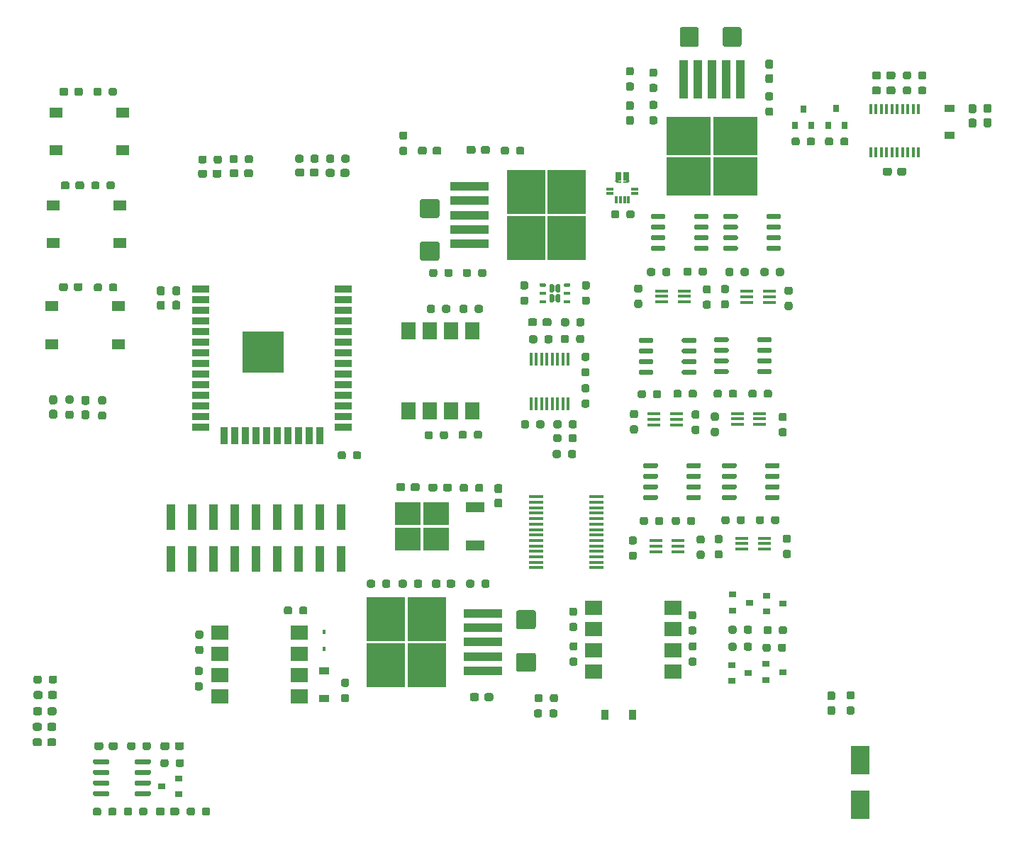
<source format=gbr>
G04 #@! TF.GenerationSoftware,KiCad,Pcbnew,5.1.7-a382d34a8~88~ubuntu20.04.1*
G04 #@! TF.CreationDate,2020-12-13T14:38:39-06:00*
G04 #@! TF.ProjectId,open-dash-daughterboard,6f70656e-2d64-4617-9368-2d6461756768,rev?*
G04 #@! TF.SameCoordinates,Original*
G04 #@! TF.FileFunction,Paste,Top*
G04 #@! TF.FilePolarity,Positive*
%FSLAX46Y46*%
G04 Gerber Fmt 4.6, Leading zero omitted, Abs format (unit mm)*
G04 Created by KiCad (PCBNEW 5.1.7-a382d34a8~88~ubuntu20.04.1) date 2020-12-13 14:38:39*
%MOMM*%
%LPD*%
G01*
G04 APERTURE LIST*
%ADD10R,1.000000X3.150000*%
%ADD11R,5.000000X5.000000*%
%ADD12R,2.000000X0.900000*%
%ADD13R,0.900000X2.000000*%
%ADD14R,2.000000X1.780000*%
%ADD15R,0.900000X1.200000*%
%ADD16R,2.300000X3.500000*%
%ADD17R,0.450000X0.600000*%
%ADD18R,1.200000X0.900000*%
%ADD19R,0.900000X0.800000*%
%ADD20R,1.780000X2.000000*%
%ADD21R,0.850000X0.300000*%
%ADD22R,0.300000X0.850000*%
%ADD23R,0.800000X1.070000*%
%ADD24R,0.600000X0.200000*%
%ADD25C,0.100000*%
%ADD26R,2.200000X1.200000*%
%ADD27R,3.050000X2.750000*%
%ADD28R,4.550000X5.250000*%
%ADD29R,4.600000X1.100000*%
%ADD30R,1.100000X4.600000*%
%ADD31R,5.250000X4.550000*%
%ADD32R,0.400000X1.200000*%
%ADD33R,0.800000X0.900000*%
%ADD34R,1.550000X1.300000*%
%ADD35R,1.500000X0.400000*%
%ADD36R,1.750000X0.450000*%
%ADD37R,0.410000X1.600000*%
G04 APERTURE END LIST*
D10*
X106090000Y-111425000D03*
X106090000Y-106375000D03*
X108630000Y-111425000D03*
X108630000Y-106375000D03*
X111170000Y-111425000D03*
X111170000Y-106375000D03*
X113710000Y-111425000D03*
X113710000Y-106375000D03*
X116250000Y-111425000D03*
X116250000Y-106375000D03*
X118790000Y-111425000D03*
X118790000Y-106375000D03*
X121330000Y-111425000D03*
X121330000Y-106375000D03*
X123870000Y-111425000D03*
X123870000Y-106375000D03*
X126410000Y-111425000D03*
X126410000Y-106375000D03*
D11*
X117150000Y-86645000D03*
D12*
X109650000Y-79145000D03*
X109650000Y-80415000D03*
X109650000Y-81685000D03*
X109650000Y-82955000D03*
X109650000Y-84225000D03*
X109650000Y-85495000D03*
X109650000Y-86765000D03*
X109650000Y-88035000D03*
X109650000Y-89305000D03*
X109650000Y-90575000D03*
X109650000Y-91845000D03*
X109650000Y-93115000D03*
X109650000Y-94385000D03*
X109650000Y-95655000D03*
D13*
X112435000Y-96655000D03*
X113705000Y-96655000D03*
X114975000Y-96655000D03*
X116245000Y-96655000D03*
X117515000Y-96655000D03*
X118785000Y-96655000D03*
X120055000Y-96655000D03*
X121325000Y-96655000D03*
X122595000Y-96655000D03*
X123865000Y-96655000D03*
D12*
X126650000Y-95655000D03*
X126650000Y-94385000D03*
X126650000Y-93115000D03*
X126650000Y-91845000D03*
X126650000Y-90575000D03*
X126650000Y-89305000D03*
X126650000Y-88035000D03*
X126650000Y-86765000D03*
X126650000Y-85495000D03*
X126650000Y-84225000D03*
X126650000Y-82955000D03*
X126650000Y-81685000D03*
X126650000Y-80415000D03*
X126650000Y-79145000D03*
D14*
X156529000Y-117268600D03*
X166059000Y-124888600D03*
X156529000Y-119808600D03*
X166059000Y-122348600D03*
X156529000Y-122348600D03*
X166059000Y-119808600D03*
X156529000Y-124888600D03*
X166059000Y-117268600D03*
G36*
G01*
X145437500Y-103525000D02*
X144962500Y-103525000D01*
G75*
G02*
X144725000Y-103287500I0J237500D01*
G01*
X144725000Y-102687500D01*
G75*
G02*
X144962500Y-102450000I237500J0D01*
G01*
X145437500Y-102450000D01*
G75*
G02*
X145675000Y-102687500I0J-237500D01*
G01*
X145675000Y-103287500D01*
G75*
G02*
X145437500Y-103525000I-237500J0D01*
G01*
G37*
G36*
G01*
X145437500Y-105250000D02*
X144962500Y-105250000D01*
G75*
G02*
X144725000Y-105012500I0J237500D01*
G01*
X144725000Y-104412500D01*
G75*
G02*
X144962500Y-104175000I237500J0D01*
G01*
X145437500Y-104175000D01*
G75*
G02*
X145675000Y-104412500I0J-237500D01*
G01*
X145675000Y-105012500D01*
G75*
G02*
X145437500Y-105250000I-237500J0D01*
G01*
G37*
G36*
G01*
X135800000Y-102562500D02*
X135800000Y-103037500D01*
G75*
G02*
X135562500Y-103275000I-237500J0D01*
G01*
X134962500Y-103275000D01*
G75*
G02*
X134725000Y-103037500I0J237500D01*
G01*
X134725000Y-102562500D01*
G75*
G02*
X134962500Y-102325000I237500J0D01*
G01*
X135562500Y-102325000D01*
G75*
G02*
X135800000Y-102562500I0J-237500D01*
G01*
G37*
G36*
G01*
X134075000Y-102562500D02*
X134075000Y-103037500D01*
G75*
G02*
X133837500Y-103275000I-237500J0D01*
G01*
X133237500Y-103275000D01*
G75*
G02*
X133000000Y-103037500I0J237500D01*
G01*
X133000000Y-102562500D01*
G75*
G02*
X133237500Y-102325000I237500J0D01*
G01*
X133837500Y-102325000D01*
G75*
G02*
X134075000Y-102562500I0J-237500D01*
G01*
G37*
G36*
G01*
X177787500Y-54512500D02*
X177312500Y-54512500D01*
G75*
G02*
X177075000Y-54275000I0J237500D01*
G01*
X177075000Y-53675000D01*
G75*
G02*
X177312500Y-53437500I237500J0D01*
G01*
X177787500Y-53437500D01*
G75*
G02*
X178025000Y-53675000I0J-237500D01*
G01*
X178025000Y-54275000D01*
G75*
G02*
X177787500Y-54512500I-237500J0D01*
G01*
G37*
G36*
G01*
X177787500Y-52787500D02*
X177312500Y-52787500D01*
G75*
G02*
X177075000Y-52550000I0J237500D01*
G01*
X177075000Y-51950000D01*
G75*
G02*
X177312500Y-51712500I237500J0D01*
G01*
X177787500Y-51712500D01*
G75*
G02*
X178025000Y-51950000I0J-237500D01*
G01*
X178025000Y-52550000D01*
G75*
G02*
X177787500Y-52787500I-237500J0D01*
G01*
G37*
G36*
G01*
X143125000Y-62737500D02*
X143125000Y-62262500D01*
G75*
G02*
X143362500Y-62025000I237500J0D01*
G01*
X143962500Y-62025000D01*
G75*
G02*
X144200000Y-62262500I0J-237500D01*
G01*
X144200000Y-62737500D01*
G75*
G02*
X143962500Y-62975000I-237500J0D01*
G01*
X143362500Y-62975000D01*
G75*
G02*
X143125000Y-62737500I0J237500D01*
G01*
G37*
G36*
G01*
X141400000Y-62737500D02*
X141400000Y-62262500D01*
G75*
G02*
X141637500Y-62025000I237500J0D01*
G01*
X142237500Y-62025000D01*
G75*
G02*
X142475000Y-62262500I0J-237500D01*
G01*
X142475000Y-62737500D01*
G75*
G02*
X142237500Y-62975000I-237500J0D01*
G01*
X141637500Y-62975000D01*
G75*
G02*
X141400000Y-62737500I0J237500D01*
G01*
G37*
G36*
G01*
X143525000Y-128137500D02*
X143525000Y-127662500D01*
G75*
G02*
X143762500Y-127425000I237500J0D01*
G01*
X144362500Y-127425000D01*
G75*
G02*
X144600000Y-127662500I0J-237500D01*
G01*
X144600000Y-128137500D01*
G75*
G02*
X144362500Y-128375000I-237500J0D01*
G01*
X143762500Y-128375000D01*
G75*
G02*
X143525000Y-128137500I0J237500D01*
G01*
G37*
G36*
G01*
X141800000Y-128137500D02*
X141800000Y-127662500D01*
G75*
G02*
X142037500Y-127425000I237500J0D01*
G01*
X142637500Y-127425000D01*
G75*
G02*
X142875000Y-127662500I0J-237500D01*
G01*
X142875000Y-128137500D01*
G75*
G02*
X142637500Y-128375000I-237500J0D01*
G01*
X142037500Y-128375000D01*
G75*
G02*
X141800000Y-128137500I0J237500D01*
G01*
G37*
G36*
G01*
X147574999Y-122625000D02*
X149425001Y-122625000D01*
G75*
G02*
X149675000Y-122874999I0J-249999D01*
G01*
X149675000Y-124625001D01*
G75*
G02*
X149425001Y-124875000I-249999J0D01*
G01*
X147574999Y-124875000D01*
G75*
G02*
X147325000Y-124625001I0J249999D01*
G01*
X147325000Y-122874999D01*
G75*
G02*
X147574999Y-122625000I249999J0D01*
G01*
G37*
G36*
G01*
X147574999Y-117525000D02*
X149425001Y-117525000D01*
G75*
G02*
X149675000Y-117774999I0J-249999D01*
G01*
X149675000Y-119525001D01*
G75*
G02*
X149425001Y-119775000I-249999J0D01*
G01*
X147574999Y-119775000D01*
G75*
G02*
X147325000Y-119525001I0J249999D01*
G01*
X147325000Y-117774999D01*
G75*
G02*
X147574999Y-117525000I249999J0D01*
G01*
G37*
G36*
G01*
X166875000Y-49925001D02*
X166875000Y-48074999D01*
G75*
G02*
X167124999Y-47825000I249999J0D01*
G01*
X168875001Y-47825000D01*
G75*
G02*
X169125000Y-48074999I0J-249999D01*
G01*
X169125000Y-49925001D01*
G75*
G02*
X168875001Y-50175000I-249999J0D01*
G01*
X167124999Y-50175000D01*
G75*
G02*
X166875000Y-49925001I0J249999D01*
G01*
G37*
G36*
G01*
X171975000Y-49925001D02*
X171975000Y-48074999D01*
G75*
G02*
X172224999Y-47825000I249999J0D01*
G01*
X173975001Y-47825000D01*
G75*
G02*
X174225000Y-48074999I0J-249999D01*
G01*
X174225000Y-49925001D01*
G75*
G02*
X173975001Y-50175000I-249999J0D01*
G01*
X172224999Y-50175000D01*
G75*
G02*
X171975000Y-49925001I0J249999D01*
G01*
G37*
G36*
G01*
X136074999Y-68375000D02*
X137925001Y-68375000D01*
G75*
G02*
X138175000Y-68624999I0J-249999D01*
G01*
X138175000Y-70375001D01*
G75*
G02*
X137925001Y-70625000I-249999J0D01*
G01*
X136074999Y-70625000D01*
G75*
G02*
X135825000Y-70375001I0J249999D01*
G01*
X135825000Y-68624999D01*
G75*
G02*
X136074999Y-68375000I249999J0D01*
G01*
G37*
G36*
G01*
X136074999Y-73475000D02*
X137925001Y-73475000D01*
G75*
G02*
X138175000Y-73724999I0J-249999D01*
G01*
X138175000Y-75475001D01*
G75*
G02*
X137925001Y-75725000I-249999J0D01*
G01*
X136074999Y-75725000D01*
G75*
G02*
X135825000Y-75475001I0J249999D01*
G01*
X135825000Y-73724999D01*
G75*
G02*
X136074999Y-73475000I249999J0D01*
G01*
G37*
G36*
G01*
X96137500Y-92975000D02*
X95662500Y-92975000D01*
G75*
G02*
X95425000Y-92737500I0J237500D01*
G01*
X95425000Y-92137500D01*
G75*
G02*
X95662500Y-91900000I237500J0D01*
G01*
X96137500Y-91900000D01*
G75*
G02*
X96375000Y-92137500I0J-237500D01*
G01*
X96375000Y-92737500D01*
G75*
G02*
X96137500Y-92975000I-237500J0D01*
G01*
G37*
G36*
G01*
X96137500Y-94700000D02*
X95662500Y-94700000D01*
G75*
G02*
X95425000Y-94462500I0J237500D01*
G01*
X95425000Y-93862500D01*
G75*
G02*
X95662500Y-93625000I237500J0D01*
G01*
X96137500Y-93625000D01*
G75*
G02*
X96375000Y-93862500I0J-237500D01*
G01*
X96375000Y-94462500D01*
G75*
G02*
X96137500Y-94700000I-237500J0D01*
G01*
G37*
G36*
G01*
X91437500Y-127887500D02*
X91437500Y-127412500D01*
G75*
G02*
X91675000Y-127175000I237500J0D01*
G01*
X92275000Y-127175000D01*
G75*
G02*
X92512500Y-127412500I0J-237500D01*
G01*
X92512500Y-127887500D01*
G75*
G02*
X92275000Y-128125000I-237500J0D01*
G01*
X91675000Y-128125000D01*
G75*
G02*
X91437500Y-127887500I0J237500D01*
G01*
G37*
G36*
G01*
X89712500Y-127887500D02*
X89712500Y-127412500D01*
G75*
G02*
X89950000Y-127175000I237500J0D01*
G01*
X90550000Y-127175000D01*
G75*
G02*
X90787500Y-127412500I0J-237500D01*
G01*
X90787500Y-127887500D01*
G75*
G02*
X90550000Y-128125000I-237500J0D01*
G01*
X89950000Y-128125000D01*
G75*
G02*
X89712500Y-127887500I0J237500D01*
G01*
G37*
G36*
G01*
X114187500Y-65062500D02*
X114187500Y-65537500D01*
G75*
G02*
X113950000Y-65775000I-237500J0D01*
G01*
X113350000Y-65775000D01*
G75*
G02*
X113112500Y-65537500I0J237500D01*
G01*
X113112500Y-65062500D01*
G75*
G02*
X113350000Y-64825000I237500J0D01*
G01*
X113950000Y-64825000D01*
G75*
G02*
X114187500Y-65062500I0J-237500D01*
G01*
G37*
G36*
G01*
X115912500Y-65062500D02*
X115912500Y-65537500D01*
G75*
G02*
X115675000Y-65775000I-237500J0D01*
G01*
X115075000Y-65775000D01*
G75*
G02*
X114837500Y-65537500I0J237500D01*
G01*
X114837500Y-65062500D01*
G75*
G02*
X115075000Y-64825000I237500J0D01*
G01*
X115675000Y-64825000D01*
G75*
G02*
X115912500Y-65062500I0J-237500D01*
G01*
G37*
G36*
G01*
X123750000Y-64962500D02*
X123750000Y-65437500D01*
G75*
G02*
X123512500Y-65675000I-237500J0D01*
G01*
X122912500Y-65675000D01*
G75*
G02*
X122675000Y-65437500I0J237500D01*
G01*
X122675000Y-64962500D01*
G75*
G02*
X122912500Y-64725000I237500J0D01*
G01*
X123512500Y-64725000D01*
G75*
G02*
X123750000Y-64962500I0J-237500D01*
G01*
G37*
G36*
G01*
X122025000Y-64962500D02*
X122025000Y-65437500D01*
G75*
G02*
X121787500Y-65675000I-237500J0D01*
G01*
X121187500Y-65675000D01*
G75*
G02*
X120950000Y-65437500I0J237500D01*
G01*
X120950000Y-64962500D01*
G75*
G02*
X121187500Y-64725000I237500J0D01*
G01*
X121787500Y-64725000D01*
G75*
G02*
X122025000Y-64962500I0J-237500D01*
G01*
G37*
G36*
G01*
X110425000Y-65112500D02*
X110425000Y-65587500D01*
G75*
G02*
X110187500Y-65825000I-237500J0D01*
G01*
X109587500Y-65825000D01*
G75*
G02*
X109350000Y-65587500I0J237500D01*
G01*
X109350000Y-65112500D01*
G75*
G02*
X109587500Y-64875000I237500J0D01*
G01*
X110187500Y-64875000D01*
G75*
G02*
X110425000Y-65112500I0J-237500D01*
G01*
G37*
G36*
G01*
X112150000Y-65112500D02*
X112150000Y-65587500D01*
G75*
G02*
X111912500Y-65825000I-237500J0D01*
G01*
X111312500Y-65825000D01*
G75*
G02*
X111075000Y-65587500I0J237500D01*
G01*
X111075000Y-65112500D01*
G75*
G02*
X111312500Y-64875000I237500J0D01*
G01*
X111912500Y-64875000D01*
G75*
G02*
X112150000Y-65112500I0J-237500D01*
G01*
G37*
G36*
G01*
X127400000Y-65012500D02*
X127400000Y-65487500D01*
G75*
G02*
X127162500Y-65725000I-237500J0D01*
G01*
X126562500Y-65725000D01*
G75*
G02*
X126325000Y-65487500I0J237500D01*
G01*
X126325000Y-65012500D01*
G75*
G02*
X126562500Y-64775000I237500J0D01*
G01*
X127162500Y-64775000D01*
G75*
G02*
X127400000Y-65012500I0J-237500D01*
G01*
G37*
G36*
G01*
X125675000Y-65012500D02*
X125675000Y-65487500D01*
G75*
G02*
X125437500Y-65725000I-237500J0D01*
G01*
X124837500Y-65725000D01*
G75*
G02*
X124600000Y-65487500I0J237500D01*
G01*
X124600000Y-65012500D01*
G75*
G02*
X124837500Y-64775000I237500J0D01*
G01*
X125437500Y-64775000D01*
G75*
G02*
X125675000Y-65012500I0J-237500D01*
G01*
G37*
G36*
G01*
X89650000Y-129837500D02*
X89650000Y-129362500D01*
G75*
G02*
X89887500Y-129125000I237500J0D01*
G01*
X90487500Y-129125000D01*
G75*
G02*
X90725000Y-129362500I0J-237500D01*
G01*
X90725000Y-129837500D01*
G75*
G02*
X90487500Y-130075000I-237500J0D01*
G01*
X89887500Y-130075000D01*
G75*
G02*
X89650000Y-129837500I0J237500D01*
G01*
G37*
G36*
G01*
X91375000Y-129837500D02*
X91375000Y-129362500D01*
G75*
G02*
X91612500Y-129125000I237500J0D01*
G01*
X92212500Y-129125000D01*
G75*
G02*
X92450000Y-129362500I0J-237500D01*
G01*
X92450000Y-129837500D01*
G75*
G02*
X92212500Y-130075000I-237500J0D01*
G01*
X91612500Y-130075000D01*
G75*
G02*
X91375000Y-129837500I0J237500D01*
G01*
G37*
G36*
G01*
X90687500Y-131212500D02*
X90687500Y-131687500D01*
G75*
G02*
X90450000Y-131925000I-237500J0D01*
G01*
X89850000Y-131925000D01*
G75*
G02*
X89612500Y-131687500I0J237500D01*
G01*
X89612500Y-131212500D01*
G75*
G02*
X89850000Y-130975000I237500J0D01*
G01*
X90450000Y-130975000D01*
G75*
G02*
X90687500Y-131212500I0J-237500D01*
G01*
G37*
G36*
G01*
X92412500Y-131212500D02*
X92412500Y-131687500D01*
G75*
G02*
X92175000Y-131925000I-237500J0D01*
G01*
X91575000Y-131925000D01*
G75*
G02*
X91337500Y-131687500I0J237500D01*
G01*
X91337500Y-131212500D01*
G75*
G02*
X91575000Y-130975000I237500J0D01*
G01*
X92175000Y-130975000D01*
G75*
G02*
X92412500Y-131212500I0J-237500D01*
G01*
G37*
G36*
G01*
X92287500Y-94637500D02*
X91812500Y-94637500D01*
G75*
G02*
X91575000Y-94400000I0J237500D01*
G01*
X91575000Y-93800000D01*
G75*
G02*
X91812500Y-93562500I237500J0D01*
G01*
X92287500Y-93562500D01*
G75*
G02*
X92525000Y-93800000I0J-237500D01*
G01*
X92525000Y-94400000D01*
G75*
G02*
X92287500Y-94637500I-237500J0D01*
G01*
G37*
G36*
G01*
X92287500Y-92912500D02*
X91812500Y-92912500D01*
G75*
G02*
X91575000Y-92675000I0J237500D01*
G01*
X91575000Y-92075000D01*
G75*
G02*
X91812500Y-91837500I237500J0D01*
G01*
X92287500Y-91837500D01*
G75*
G02*
X92525000Y-92075000I0J-237500D01*
G01*
X92525000Y-92675000D01*
G75*
G02*
X92287500Y-92912500I-237500J0D01*
G01*
G37*
G36*
G01*
X92412500Y-133062500D02*
X92412500Y-133537500D01*
G75*
G02*
X92175000Y-133775000I-237500J0D01*
G01*
X91575000Y-133775000D01*
G75*
G02*
X91337500Y-133537500I0J237500D01*
G01*
X91337500Y-133062500D01*
G75*
G02*
X91575000Y-132825000I237500J0D01*
G01*
X92175000Y-132825000D01*
G75*
G02*
X92412500Y-133062500I0J-237500D01*
G01*
G37*
G36*
G01*
X90687500Y-133062500D02*
X90687500Y-133537500D01*
G75*
G02*
X90450000Y-133775000I-237500J0D01*
G01*
X89850000Y-133775000D01*
G75*
G02*
X89612500Y-133537500I0J237500D01*
G01*
X89612500Y-133062500D01*
G75*
G02*
X89850000Y-132825000I237500J0D01*
G01*
X90450000Y-132825000D01*
G75*
G02*
X90687500Y-133062500I0J-237500D01*
G01*
G37*
G36*
G01*
X105137500Y-79887500D02*
X104662500Y-79887500D01*
G75*
G02*
X104425000Y-79650000I0J237500D01*
G01*
X104425000Y-79050000D01*
G75*
G02*
X104662500Y-78812500I237500J0D01*
G01*
X105137500Y-78812500D01*
G75*
G02*
X105375000Y-79050000I0J-237500D01*
G01*
X105375000Y-79650000D01*
G75*
G02*
X105137500Y-79887500I-237500J0D01*
G01*
G37*
G36*
G01*
X105137500Y-81612500D02*
X104662500Y-81612500D01*
G75*
G02*
X104425000Y-81375000I0J237500D01*
G01*
X104425000Y-80775000D01*
G75*
G02*
X104662500Y-80537500I237500J0D01*
G01*
X105137500Y-80537500D01*
G75*
G02*
X105375000Y-80775000I0J-237500D01*
G01*
X105375000Y-81375000D01*
G75*
G02*
X105137500Y-81612500I-237500J0D01*
G01*
G37*
G36*
G01*
X106987500Y-81600000D02*
X106512500Y-81600000D01*
G75*
G02*
X106275000Y-81362500I0J237500D01*
G01*
X106275000Y-80762500D01*
G75*
G02*
X106512500Y-80525000I237500J0D01*
G01*
X106987500Y-80525000D01*
G75*
G02*
X107225000Y-80762500I0J-237500D01*
G01*
X107225000Y-81362500D01*
G75*
G02*
X106987500Y-81600000I-237500J0D01*
G01*
G37*
G36*
G01*
X106987500Y-79875000D02*
X106512500Y-79875000D01*
G75*
G02*
X106275000Y-79637500I0J237500D01*
G01*
X106275000Y-79037500D01*
G75*
G02*
X106512500Y-78800000I237500J0D01*
G01*
X106987500Y-78800000D01*
G75*
G02*
X107225000Y-79037500I0J-237500D01*
G01*
X107225000Y-79637500D01*
G75*
G02*
X106987500Y-79875000I-237500J0D01*
G01*
G37*
G36*
G01*
X148737500Y-83337500D02*
X148737500Y-82862500D01*
G75*
G02*
X148975000Y-82625000I237500J0D01*
G01*
X149575000Y-82625000D01*
G75*
G02*
X149812500Y-82862500I0J-237500D01*
G01*
X149812500Y-83337500D01*
G75*
G02*
X149575000Y-83575000I-237500J0D01*
G01*
X148975000Y-83575000D01*
G75*
G02*
X148737500Y-83337500I0J237500D01*
G01*
G37*
G36*
G01*
X150462500Y-83337500D02*
X150462500Y-82862500D01*
G75*
G02*
X150700000Y-82625000I237500J0D01*
G01*
X151300000Y-82625000D01*
G75*
G02*
X151537500Y-82862500I0J-237500D01*
G01*
X151537500Y-83337500D01*
G75*
G02*
X151300000Y-83575000I-237500J0D01*
G01*
X150700000Y-83575000D01*
G75*
G02*
X150462500Y-83337500I0J237500D01*
G01*
G37*
G36*
G01*
X96962500Y-133987500D02*
X96962500Y-133512500D01*
G75*
G02*
X97200000Y-133275000I237500J0D01*
G01*
X97800000Y-133275000D01*
G75*
G02*
X98037500Y-133512500I0J-237500D01*
G01*
X98037500Y-133987500D01*
G75*
G02*
X97800000Y-134225000I-237500J0D01*
G01*
X97200000Y-134225000D01*
G75*
G02*
X96962500Y-133987500I0J237500D01*
G01*
G37*
G36*
G01*
X98687500Y-133987500D02*
X98687500Y-133512500D01*
G75*
G02*
X98925000Y-133275000I237500J0D01*
G01*
X99525000Y-133275000D01*
G75*
G02*
X99762500Y-133512500I0J-237500D01*
G01*
X99762500Y-133987500D01*
G75*
G02*
X99525000Y-134225000I-237500J0D01*
G01*
X98925000Y-134225000D01*
G75*
G02*
X98687500Y-133987500I0J237500D01*
G01*
G37*
G36*
G01*
X106579000Y-133987500D02*
X106579000Y-133512500D01*
G75*
G02*
X106816500Y-133275000I237500J0D01*
G01*
X107416500Y-133275000D01*
G75*
G02*
X107654000Y-133512500I0J-237500D01*
G01*
X107654000Y-133987500D01*
G75*
G02*
X107416500Y-134225000I-237500J0D01*
G01*
X106816500Y-134225000D01*
G75*
G02*
X106579000Y-133987500I0J237500D01*
G01*
G37*
G36*
G01*
X104854000Y-133987500D02*
X104854000Y-133512500D01*
G75*
G02*
X105091500Y-133275000I237500J0D01*
G01*
X105691500Y-133275000D01*
G75*
G02*
X105929000Y-133512500I0J-237500D01*
G01*
X105929000Y-133987500D01*
G75*
G02*
X105691500Y-134225000I-237500J0D01*
G01*
X105091500Y-134225000D01*
G75*
G02*
X104854000Y-133987500I0J237500D01*
G01*
G37*
G36*
G01*
X105369000Y-141336500D02*
X105369000Y-141811500D01*
G75*
G02*
X105131500Y-142049000I-237500J0D01*
G01*
X104531500Y-142049000D01*
G75*
G02*
X104294000Y-141811500I0J237500D01*
G01*
X104294000Y-141336500D01*
G75*
G02*
X104531500Y-141099000I237500J0D01*
G01*
X105131500Y-141099000D01*
G75*
G02*
X105369000Y-141336500I0J-237500D01*
G01*
G37*
G36*
G01*
X107094000Y-141336500D02*
X107094000Y-141811500D01*
G75*
G02*
X106856500Y-142049000I-237500J0D01*
G01*
X106256500Y-142049000D01*
G75*
G02*
X106019000Y-141811500I0J237500D01*
G01*
X106019000Y-141336500D01*
G75*
G02*
X106256500Y-141099000I237500J0D01*
G01*
X106856500Y-141099000D01*
G75*
G02*
X107094000Y-141336500I0J-237500D01*
G01*
G37*
G36*
G01*
X192600000Y-55162500D02*
X192600000Y-55637500D01*
G75*
G02*
X192362500Y-55875000I-237500J0D01*
G01*
X191762500Y-55875000D01*
G75*
G02*
X191525000Y-55637500I0J237500D01*
G01*
X191525000Y-55162500D01*
G75*
G02*
X191762500Y-54925000I237500J0D01*
G01*
X192362500Y-54925000D01*
G75*
G02*
X192600000Y-55162500I0J-237500D01*
G01*
G37*
G36*
G01*
X190875000Y-55162500D02*
X190875000Y-55637500D01*
G75*
G02*
X190637500Y-55875000I-237500J0D01*
G01*
X190037500Y-55875000D01*
G75*
G02*
X189800000Y-55637500I0J237500D01*
G01*
X189800000Y-55162500D01*
G75*
G02*
X190037500Y-54925000I237500J0D01*
G01*
X190637500Y-54925000D01*
G75*
G02*
X190875000Y-55162500I0J-237500D01*
G01*
G37*
G36*
G01*
X192600000Y-53362500D02*
X192600000Y-53837500D01*
G75*
G02*
X192362500Y-54075000I-237500J0D01*
G01*
X191762500Y-54075000D01*
G75*
G02*
X191525000Y-53837500I0J237500D01*
G01*
X191525000Y-53362500D01*
G75*
G02*
X191762500Y-53125000I237500J0D01*
G01*
X192362500Y-53125000D01*
G75*
G02*
X192600000Y-53362500I0J-237500D01*
G01*
G37*
G36*
G01*
X190875000Y-53362500D02*
X190875000Y-53837500D01*
G75*
G02*
X190637500Y-54075000I-237500J0D01*
G01*
X190037500Y-54075000D01*
G75*
G02*
X189800000Y-53837500I0J237500D01*
G01*
X189800000Y-53362500D01*
G75*
G02*
X190037500Y-53125000I237500J0D01*
G01*
X190637500Y-53125000D01*
G75*
G02*
X190875000Y-53362500I0J-237500D01*
G01*
G37*
G36*
G01*
X192825000Y-65337500D02*
X192825000Y-64862500D01*
G75*
G02*
X193062500Y-64625000I237500J0D01*
G01*
X193662500Y-64625000D01*
G75*
G02*
X193900000Y-64862500I0J-237500D01*
G01*
X193900000Y-65337500D01*
G75*
G02*
X193662500Y-65575000I-237500J0D01*
G01*
X193062500Y-65575000D01*
G75*
G02*
X192825000Y-65337500I0J237500D01*
G01*
G37*
G36*
G01*
X191100000Y-65337500D02*
X191100000Y-64862500D01*
G75*
G02*
X191337500Y-64625000I237500J0D01*
G01*
X191937500Y-64625000D01*
G75*
G02*
X192175000Y-64862500I0J-237500D01*
G01*
X192175000Y-65337500D01*
G75*
G02*
X191937500Y-65575000I-237500J0D01*
G01*
X191337500Y-65575000D01*
G75*
G02*
X191100000Y-65337500I0J237500D01*
G01*
G37*
G36*
G01*
X203837500Y-59800000D02*
X203362500Y-59800000D01*
G75*
G02*
X203125000Y-59562500I0J237500D01*
G01*
X203125000Y-58962500D01*
G75*
G02*
X203362500Y-58725000I237500J0D01*
G01*
X203837500Y-58725000D01*
G75*
G02*
X204075000Y-58962500I0J-237500D01*
G01*
X204075000Y-59562500D01*
G75*
G02*
X203837500Y-59800000I-237500J0D01*
G01*
G37*
G36*
G01*
X203837500Y-58075000D02*
X203362500Y-58075000D01*
G75*
G02*
X203125000Y-57837500I0J237500D01*
G01*
X203125000Y-57237500D01*
G75*
G02*
X203362500Y-57000000I237500J0D01*
G01*
X203837500Y-57000000D01*
G75*
G02*
X204075000Y-57237500I0J-237500D01*
G01*
X204075000Y-57837500D01*
G75*
G02*
X203837500Y-58075000I-237500J0D01*
G01*
G37*
G36*
G01*
X202037500Y-58112500D02*
X201562500Y-58112500D01*
G75*
G02*
X201325000Y-57875000I0J237500D01*
G01*
X201325000Y-57275000D01*
G75*
G02*
X201562500Y-57037500I237500J0D01*
G01*
X202037500Y-57037500D01*
G75*
G02*
X202275000Y-57275000I0J-237500D01*
G01*
X202275000Y-57875000D01*
G75*
G02*
X202037500Y-58112500I-237500J0D01*
G01*
G37*
G36*
G01*
X202037500Y-59837500D02*
X201562500Y-59837500D01*
G75*
G02*
X201325000Y-59600000I0J237500D01*
G01*
X201325000Y-59000000D01*
G75*
G02*
X201562500Y-58762500I237500J0D01*
G01*
X202037500Y-58762500D01*
G75*
G02*
X202275000Y-59000000I0J-237500D01*
G01*
X202275000Y-59600000D01*
G75*
G02*
X202037500Y-59837500I-237500J0D01*
G01*
G37*
D15*
X161200000Y-130050000D03*
X157900000Y-130050000D03*
D16*
X188400000Y-135400000D03*
X188400000Y-140800000D03*
G36*
G01*
X184712500Y-128975000D02*
X185187500Y-128975000D01*
G75*
G02*
X185425000Y-129212500I0J-237500D01*
G01*
X185425000Y-129787500D01*
G75*
G02*
X185187500Y-130025000I-237500J0D01*
G01*
X184712500Y-130025000D01*
G75*
G02*
X184475000Y-129787500I0J237500D01*
G01*
X184475000Y-129212500D01*
G75*
G02*
X184712500Y-128975000I237500J0D01*
G01*
G37*
G36*
G01*
X184712500Y-127225000D02*
X185187500Y-127225000D01*
G75*
G02*
X185425000Y-127462500I0J-237500D01*
G01*
X185425000Y-128037500D01*
G75*
G02*
X185187500Y-128275000I-237500J0D01*
G01*
X184712500Y-128275000D01*
G75*
G02*
X184475000Y-128037500I0J237500D01*
G01*
X184475000Y-127462500D01*
G75*
G02*
X184712500Y-127225000I237500J0D01*
G01*
G37*
G36*
G01*
X137350000Y-62837500D02*
X137350000Y-62362500D01*
G75*
G02*
X137587500Y-62125000I237500J0D01*
G01*
X138162500Y-62125000D01*
G75*
G02*
X138400000Y-62362500I0J-237500D01*
G01*
X138400000Y-62837500D01*
G75*
G02*
X138162500Y-63075000I-237500J0D01*
G01*
X137587500Y-63075000D01*
G75*
G02*
X137350000Y-62837500I0J237500D01*
G01*
G37*
G36*
G01*
X135600000Y-62837500D02*
X135600000Y-62362500D01*
G75*
G02*
X135837500Y-62125000I237500J0D01*
G01*
X136412500Y-62125000D01*
G75*
G02*
X136650000Y-62362500I0J-237500D01*
G01*
X136650000Y-62837500D01*
G75*
G02*
X136412500Y-63075000I-237500J0D01*
G01*
X135837500Y-63075000D01*
G75*
G02*
X135600000Y-62837500I0J237500D01*
G01*
G37*
G36*
G01*
X137900000Y-102612500D02*
X137900000Y-103087500D01*
G75*
G02*
X137662500Y-103325000I-237500J0D01*
G01*
X137087500Y-103325000D01*
G75*
G02*
X136850000Y-103087500I0J237500D01*
G01*
X136850000Y-102612500D01*
G75*
G02*
X137087500Y-102375000I237500J0D01*
G01*
X137662500Y-102375000D01*
G75*
G02*
X137900000Y-102612500I0J-237500D01*
G01*
G37*
G36*
G01*
X139650000Y-102612500D02*
X139650000Y-103087500D01*
G75*
G02*
X139412500Y-103325000I-237500J0D01*
G01*
X138837500Y-103325000D01*
G75*
G02*
X138600000Y-103087500I0J237500D01*
G01*
X138600000Y-102612500D01*
G75*
G02*
X138837500Y-102375000I237500J0D01*
G01*
X139412500Y-102375000D01*
G75*
G02*
X139650000Y-102612500I0J-237500D01*
G01*
G37*
G36*
G01*
X160662500Y-56700000D02*
X161137500Y-56700000D01*
G75*
G02*
X161375000Y-56937500I0J-237500D01*
G01*
X161375000Y-57512500D01*
G75*
G02*
X161137500Y-57750000I-237500J0D01*
G01*
X160662500Y-57750000D01*
G75*
G02*
X160425000Y-57512500I0J237500D01*
G01*
X160425000Y-56937500D01*
G75*
G02*
X160662500Y-56700000I237500J0D01*
G01*
G37*
G36*
G01*
X160662500Y-58450000D02*
X161137500Y-58450000D01*
G75*
G02*
X161375000Y-58687500I0J-237500D01*
G01*
X161375000Y-59262500D01*
G75*
G02*
X161137500Y-59500000I-237500J0D01*
G01*
X160662500Y-59500000D01*
G75*
G02*
X160425000Y-59262500I0J237500D01*
G01*
X160425000Y-58687500D01*
G75*
G02*
X160662500Y-58450000I237500J0D01*
G01*
G37*
G36*
G01*
X140050000Y-114112500D02*
X140050000Y-114587500D01*
G75*
G02*
X139812500Y-114825000I-237500J0D01*
G01*
X139237500Y-114825000D01*
G75*
G02*
X139000000Y-114587500I0J237500D01*
G01*
X139000000Y-114112500D01*
G75*
G02*
X139237500Y-113875000I237500J0D01*
G01*
X139812500Y-113875000D01*
G75*
G02*
X140050000Y-114112500I0J-237500D01*
G01*
G37*
G36*
G01*
X138300000Y-114112500D02*
X138300000Y-114587500D01*
G75*
G02*
X138062500Y-114825000I-237500J0D01*
G01*
X137487500Y-114825000D01*
G75*
G02*
X137250000Y-114587500I0J237500D01*
G01*
X137250000Y-114112500D01*
G75*
G02*
X137487500Y-113875000I237500J0D01*
G01*
X138062500Y-113875000D01*
G75*
G02*
X138300000Y-114112500I0J-237500D01*
G01*
G37*
D17*
X124416000Y-122174000D03*
X124416000Y-120074000D03*
D18*
X124416000Y-128108000D03*
X124416000Y-124808000D03*
G36*
G01*
X95600000Y-55312500D02*
X95600000Y-55787500D01*
G75*
G02*
X95362500Y-56025000I-237500J0D01*
G01*
X94787500Y-56025000D01*
G75*
G02*
X94550000Y-55787500I0J237500D01*
G01*
X94550000Y-55312500D01*
G75*
G02*
X94787500Y-55075000I237500J0D01*
G01*
X95362500Y-55075000D01*
G75*
G02*
X95600000Y-55312500I0J-237500D01*
G01*
G37*
G36*
G01*
X93850000Y-55312500D02*
X93850000Y-55787500D01*
G75*
G02*
X93612500Y-56025000I-237500J0D01*
G01*
X93037500Y-56025000D01*
G75*
G02*
X92800000Y-55787500I0J237500D01*
G01*
X92800000Y-55312500D01*
G75*
G02*
X93037500Y-55075000I237500J0D01*
G01*
X93612500Y-55075000D01*
G75*
G02*
X93850000Y-55312500I0J-237500D01*
G01*
G37*
G36*
G01*
X94000000Y-66512500D02*
X94000000Y-66987500D01*
G75*
G02*
X93762500Y-67225000I-237500J0D01*
G01*
X93187500Y-67225000D01*
G75*
G02*
X92950000Y-66987500I0J237500D01*
G01*
X92950000Y-66512500D01*
G75*
G02*
X93187500Y-66275000I237500J0D01*
G01*
X93762500Y-66275000D01*
G75*
G02*
X94000000Y-66512500I0J-237500D01*
G01*
G37*
G36*
G01*
X95750000Y-66512500D02*
X95750000Y-66987500D01*
G75*
G02*
X95512500Y-67225000I-237500J0D01*
G01*
X94937500Y-67225000D01*
G75*
G02*
X94700000Y-66987500I0J237500D01*
G01*
X94700000Y-66512500D01*
G75*
G02*
X94937500Y-66275000I237500J0D01*
G01*
X95512500Y-66275000D01*
G75*
G02*
X95750000Y-66512500I0J-237500D01*
G01*
G37*
G36*
G01*
X95550000Y-78662500D02*
X95550000Y-79137500D01*
G75*
G02*
X95312500Y-79375000I-237500J0D01*
G01*
X94737500Y-79375000D01*
G75*
G02*
X94500000Y-79137500I0J237500D01*
G01*
X94500000Y-78662500D01*
G75*
G02*
X94737500Y-78425000I237500J0D01*
G01*
X95312500Y-78425000D01*
G75*
G02*
X95550000Y-78662500I0J-237500D01*
G01*
G37*
G36*
G01*
X93800000Y-78662500D02*
X93800000Y-79137500D01*
G75*
G02*
X93562500Y-79375000I-237500J0D01*
G01*
X92987500Y-79375000D01*
G75*
G02*
X92750000Y-79137500I0J237500D01*
G01*
X92750000Y-78662500D01*
G75*
G02*
X92987500Y-78425000I237500J0D01*
G01*
X93562500Y-78425000D01*
G75*
G02*
X93800000Y-78662500I0J-237500D01*
G01*
G37*
D19*
X107000000Y-139526000D03*
X107000000Y-137626000D03*
X105000000Y-138576000D03*
D18*
X199100000Y-60800000D03*
X199100000Y-57500000D03*
G36*
G01*
X140550000Y-81737500D02*
X140550000Y-81262500D01*
G75*
G02*
X140787500Y-81025000I237500J0D01*
G01*
X141287500Y-81025000D01*
G75*
G02*
X141525000Y-81262500I0J-237500D01*
G01*
X141525000Y-81737500D01*
G75*
G02*
X141287500Y-81975000I-237500J0D01*
G01*
X140787500Y-81975000D01*
G75*
G02*
X140550000Y-81737500I0J237500D01*
G01*
G37*
G36*
G01*
X142375000Y-81737500D02*
X142375000Y-81262500D01*
G75*
G02*
X142612500Y-81025000I237500J0D01*
G01*
X143112500Y-81025000D01*
G75*
G02*
X143350000Y-81262500I0J-237500D01*
G01*
X143350000Y-81737500D01*
G75*
G02*
X143112500Y-81975000I-237500J0D01*
G01*
X142612500Y-81975000D01*
G75*
G02*
X142375000Y-81737500I0J237500D01*
G01*
G37*
G36*
G01*
X137637500Y-81262500D02*
X137637500Y-81737500D01*
G75*
G02*
X137400000Y-81975000I-237500J0D01*
G01*
X136900000Y-81975000D01*
G75*
G02*
X136662500Y-81737500I0J237500D01*
G01*
X136662500Y-81262500D01*
G75*
G02*
X136900000Y-81025000I237500J0D01*
G01*
X137400000Y-81025000D01*
G75*
G02*
X137637500Y-81262500I0J-237500D01*
G01*
G37*
G36*
G01*
X139462500Y-81262500D02*
X139462500Y-81737500D01*
G75*
G02*
X139225000Y-81975000I-237500J0D01*
G01*
X138725000Y-81975000D01*
G75*
G02*
X138487500Y-81737500I0J237500D01*
G01*
X138487500Y-81262500D01*
G75*
G02*
X138725000Y-81025000I237500J0D01*
G01*
X139225000Y-81025000D01*
G75*
G02*
X139462500Y-81262500I0J-237500D01*
G01*
G37*
G36*
G01*
X151354001Y-128264501D02*
X151354001Y-127789501D01*
G75*
G02*
X151591501Y-127552001I237500J0D01*
G01*
X152091501Y-127552001D01*
G75*
G02*
X152329001Y-127789501I0J-237500D01*
G01*
X152329001Y-128264501D01*
G75*
G02*
X152091501Y-128502001I-237500J0D01*
G01*
X151591501Y-128502001D01*
G75*
G02*
X151354001Y-128264501I0J237500D01*
G01*
G37*
G36*
G01*
X149529001Y-128264501D02*
X149529001Y-127789501D01*
G75*
G02*
X149766501Y-127552001I237500J0D01*
G01*
X150266501Y-127552001D01*
G75*
G02*
X150504001Y-127789501I0J-237500D01*
G01*
X150504001Y-128264501D01*
G75*
G02*
X150266501Y-128502001I-237500J0D01*
G01*
X149766501Y-128502001D01*
G75*
G02*
X149529001Y-128264501I0J237500D01*
G01*
G37*
G36*
G01*
X149450000Y-130087500D02*
X149450000Y-129612500D01*
G75*
G02*
X149687500Y-129375000I237500J0D01*
G01*
X150187500Y-129375000D01*
G75*
G02*
X150425000Y-129612500I0J-237500D01*
G01*
X150425000Y-130087500D01*
G75*
G02*
X150187500Y-130325000I-237500J0D01*
G01*
X149687500Y-130325000D01*
G75*
G02*
X149450000Y-130087500I0J237500D01*
G01*
G37*
G36*
G01*
X151275000Y-130087500D02*
X151275000Y-129612500D01*
G75*
G02*
X151512500Y-129375000I237500J0D01*
G01*
X152012500Y-129375000D01*
G75*
G02*
X152250000Y-129612500I0J-237500D01*
G01*
X152250000Y-130087500D01*
G75*
G02*
X152012500Y-130325000I-237500J0D01*
G01*
X151512500Y-130325000D01*
G75*
G02*
X151275000Y-130087500I0J237500D01*
G01*
G37*
G36*
G01*
X143250000Y-96312500D02*
X143250000Y-96787500D01*
G75*
G02*
X143012500Y-97025000I-237500J0D01*
G01*
X142512500Y-97025000D01*
G75*
G02*
X142275000Y-96787500I0J237500D01*
G01*
X142275000Y-96312500D01*
G75*
G02*
X142512500Y-96075000I237500J0D01*
G01*
X143012500Y-96075000D01*
G75*
G02*
X143250000Y-96312500I0J-237500D01*
G01*
G37*
G36*
G01*
X141425000Y-96312500D02*
X141425000Y-96787500D01*
G75*
G02*
X141187500Y-97025000I-237500J0D01*
G01*
X140687500Y-97025000D01*
G75*
G02*
X140450000Y-96787500I0J237500D01*
G01*
X140450000Y-96312500D01*
G75*
G02*
X140687500Y-96075000I237500J0D01*
G01*
X141187500Y-96075000D01*
G75*
G02*
X141425000Y-96312500I0J-237500D01*
G01*
G37*
G36*
G01*
X138225000Y-96837500D02*
X138225000Y-96362500D01*
G75*
G02*
X138462500Y-96125000I237500J0D01*
G01*
X138962500Y-96125000D01*
G75*
G02*
X139200000Y-96362500I0J-237500D01*
G01*
X139200000Y-96837500D01*
G75*
G02*
X138962500Y-97075000I-237500J0D01*
G01*
X138462500Y-97075000D01*
G75*
G02*
X138225000Y-96837500I0J237500D01*
G01*
G37*
G36*
G01*
X136400000Y-96837500D02*
X136400000Y-96362500D01*
G75*
G02*
X136637500Y-96125000I237500J0D01*
G01*
X137137500Y-96125000D01*
G75*
G02*
X137375000Y-96362500I0J-237500D01*
G01*
X137375000Y-96837500D01*
G75*
G02*
X137137500Y-97075000I-237500J0D01*
G01*
X136637500Y-97075000D01*
G75*
G02*
X136400000Y-96837500I0J237500D01*
G01*
G37*
G36*
G01*
X187012500Y-127200000D02*
X187487500Y-127200000D01*
G75*
G02*
X187725000Y-127437500I0J-237500D01*
G01*
X187725000Y-127937500D01*
G75*
G02*
X187487500Y-128175000I-237500J0D01*
G01*
X187012500Y-128175000D01*
G75*
G02*
X186775000Y-127937500I0J237500D01*
G01*
X186775000Y-127437500D01*
G75*
G02*
X187012500Y-127200000I237500J0D01*
G01*
G37*
G36*
G01*
X187012500Y-129025000D02*
X187487500Y-129025000D01*
G75*
G02*
X187725000Y-129262500I0J-237500D01*
G01*
X187725000Y-129762500D01*
G75*
G02*
X187487500Y-130000000I-237500J0D01*
G01*
X187012500Y-130000000D01*
G75*
G02*
X186775000Y-129762500I0J237500D01*
G01*
X186775000Y-129262500D01*
G75*
G02*
X187012500Y-129025000I237500J0D01*
G01*
G37*
G36*
G01*
X134087500Y-61275000D02*
X133612500Y-61275000D01*
G75*
G02*
X133375000Y-61037500I0J237500D01*
G01*
X133375000Y-60537500D01*
G75*
G02*
X133612500Y-60300000I237500J0D01*
G01*
X134087500Y-60300000D01*
G75*
G02*
X134325000Y-60537500I0J-237500D01*
G01*
X134325000Y-61037500D01*
G75*
G02*
X134087500Y-61275000I-237500J0D01*
G01*
G37*
G36*
G01*
X134087500Y-63100000D02*
X133612500Y-63100000D01*
G75*
G02*
X133375000Y-62862500I0J237500D01*
G01*
X133375000Y-62362500D01*
G75*
G02*
X133612500Y-62125000I237500J0D01*
G01*
X134087500Y-62125000D01*
G75*
G02*
X134325000Y-62362500I0J-237500D01*
G01*
X134325000Y-62862500D01*
G75*
G02*
X134087500Y-63100000I-237500J0D01*
G01*
G37*
G36*
G01*
X159625000Y-69962500D02*
X159625000Y-70437500D01*
G75*
G02*
X159387500Y-70675000I-237500J0D01*
G01*
X158887500Y-70675000D01*
G75*
G02*
X158650000Y-70437500I0J237500D01*
G01*
X158650000Y-69962500D01*
G75*
G02*
X158887500Y-69725000I237500J0D01*
G01*
X159387500Y-69725000D01*
G75*
G02*
X159625000Y-69962500I0J-237500D01*
G01*
G37*
G36*
G01*
X161450000Y-69962500D02*
X161450000Y-70437500D01*
G75*
G02*
X161212500Y-70675000I-237500J0D01*
G01*
X160712500Y-70675000D01*
G75*
G02*
X160475000Y-70437500I0J237500D01*
G01*
X160475000Y-69962500D01*
G75*
G02*
X160712500Y-69725000I237500J0D01*
G01*
X161212500Y-69725000D01*
G75*
G02*
X161450000Y-69962500I0J-237500D01*
G01*
G37*
G36*
G01*
X140600000Y-103137500D02*
X140600000Y-102662500D01*
G75*
G02*
X140837500Y-102425000I237500J0D01*
G01*
X141337500Y-102425000D01*
G75*
G02*
X141575000Y-102662500I0J-237500D01*
G01*
X141575000Y-103137500D01*
G75*
G02*
X141337500Y-103375000I-237500J0D01*
G01*
X140837500Y-103375000D01*
G75*
G02*
X140600000Y-103137500I0J237500D01*
G01*
G37*
G36*
G01*
X142425000Y-103137500D02*
X142425000Y-102662500D01*
G75*
G02*
X142662500Y-102425000I237500J0D01*
G01*
X143162500Y-102425000D01*
G75*
G02*
X143400000Y-102662500I0J-237500D01*
G01*
X143400000Y-103137500D01*
G75*
G02*
X143162500Y-103375000I-237500J0D01*
G01*
X142662500Y-103375000D01*
G75*
G02*
X142425000Y-103137500I0J237500D01*
G01*
G37*
G36*
G01*
X161137500Y-53587500D02*
X160662500Y-53587500D01*
G75*
G02*
X160425000Y-53350000I0J237500D01*
G01*
X160425000Y-52850000D01*
G75*
G02*
X160662500Y-52612500I237500J0D01*
G01*
X161137500Y-52612500D01*
G75*
G02*
X161375000Y-52850000I0J-237500D01*
G01*
X161375000Y-53350000D01*
G75*
G02*
X161137500Y-53587500I-237500J0D01*
G01*
G37*
G36*
G01*
X161137500Y-55412500D02*
X160662500Y-55412500D01*
G75*
G02*
X160425000Y-55175000I0J237500D01*
G01*
X160425000Y-54675000D01*
G75*
G02*
X160662500Y-54437500I237500J0D01*
G01*
X161137500Y-54437500D01*
G75*
G02*
X161375000Y-54675000I0J-237500D01*
G01*
X161375000Y-55175000D01*
G75*
G02*
X161137500Y-55412500I-237500J0D01*
G01*
G37*
G36*
G01*
X177787500Y-58412500D02*
X177312500Y-58412500D01*
G75*
G02*
X177075000Y-58175000I0J237500D01*
G01*
X177075000Y-57675000D01*
G75*
G02*
X177312500Y-57437500I237500J0D01*
G01*
X177787500Y-57437500D01*
G75*
G02*
X178025000Y-57675000I0J-237500D01*
G01*
X178025000Y-58175000D01*
G75*
G02*
X177787500Y-58412500I-237500J0D01*
G01*
G37*
G36*
G01*
X177787500Y-56587500D02*
X177312500Y-56587500D01*
G75*
G02*
X177075000Y-56350000I0J237500D01*
G01*
X177075000Y-55850000D01*
G75*
G02*
X177312500Y-55612500I237500J0D01*
G01*
X177787500Y-55612500D01*
G75*
G02*
X178025000Y-55850000I0J-237500D01*
G01*
X178025000Y-56350000D01*
G75*
G02*
X177787500Y-56587500I-237500J0D01*
G01*
G37*
G36*
G01*
X148300000Y-62362500D02*
X148300000Y-62837500D01*
G75*
G02*
X148062500Y-63075000I-237500J0D01*
G01*
X147562500Y-63075000D01*
G75*
G02*
X147325000Y-62837500I0J237500D01*
G01*
X147325000Y-62362500D01*
G75*
G02*
X147562500Y-62125000I237500J0D01*
G01*
X148062500Y-62125000D01*
G75*
G02*
X148300000Y-62362500I0J-237500D01*
G01*
G37*
G36*
G01*
X146475000Y-62362500D02*
X146475000Y-62837500D01*
G75*
G02*
X146237500Y-63075000I-237500J0D01*
G01*
X145737500Y-63075000D01*
G75*
G02*
X145500000Y-62837500I0J237500D01*
G01*
X145500000Y-62362500D01*
G75*
G02*
X145737500Y-62125000I237500J0D01*
G01*
X146237500Y-62125000D01*
G75*
G02*
X146475000Y-62362500I0J-237500D01*
G01*
G37*
G36*
G01*
X134275000Y-114112500D02*
X134275000Y-114587500D01*
G75*
G02*
X134037500Y-114825000I-237500J0D01*
G01*
X133537500Y-114825000D01*
G75*
G02*
X133300000Y-114587500I0J237500D01*
G01*
X133300000Y-114112500D01*
G75*
G02*
X133537500Y-113875000I237500J0D01*
G01*
X134037500Y-113875000D01*
G75*
G02*
X134275000Y-114112500I0J-237500D01*
G01*
G37*
G36*
G01*
X136100000Y-114112500D02*
X136100000Y-114587500D01*
G75*
G02*
X135862500Y-114825000I-237500J0D01*
G01*
X135362500Y-114825000D01*
G75*
G02*
X135125000Y-114587500I0J237500D01*
G01*
X135125000Y-114112500D01*
G75*
G02*
X135362500Y-113875000I237500J0D01*
G01*
X135862500Y-113875000D01*
G75*
G02*
X136100000Y-114112500I0J-237500D01*
G01*
G37*
G36*
G01*
X130475000Y-114112500D02*
X130475000Y-114587500D01*
G75*
G02*
X130237500Y-114825000I-237500J0D01*
G01*
X129737500Y-114825000D01*
G75*
G02*
X129500000Y-114587500I0J237500D01*
G01*
X129500000Y-114112500D01*
G75*
G02*
X129737500Y-113875000I237500J0D01*
G01*
X130237500Y-113875000D01*
G75*
G02*
X130475000Y-114112500I0J-237500D01*
G01*
G37*
G36*
G01*
X132300000Y-114112500D02*
X132300000Y-114587500D01*
G75*
G02*
X132062500Y-114825000I-237500J0D01*
G01*
X131562500Y-114825000D01*
G75*
G02*
X131325000Y-114587500I0J237500D01*
G01*
X131325000Y-114112500D01*
G75*
G02*
X131562500Y-113875000I237500J0D01*
G01*
X132062500Y-113875000D01*
G75*
G02*
X132300000Y-114112500I0J-237500D01*
G01*
G37*
G36*
G01*
X163937500Y-59450000D02*
X163462500Y-59450000D01*
G75*
G02*
X163225000Y-59212500I0J237500D01*
G01*
X163225000Y-58712500D01*
G75*
G02*
X163462500Y-58475000I237500J0D01*
G01*
X163937500Y-58475000D01*
G75*
G02*
X164175000Y-58712500I0J-237500D01*
G01*
X164175000Y-59212500D01*
G75*
G02*
X163937500Y-59450000I-237500J0D01*
G01*
G37*
G36*
G01*
X163937500Y-57625000D02*
X163462500Y-57625000D01*
G75*
G02*
X163225000Y-57387500I0J237500D01*
G01*
X163225000Y-56887500D01*
G75*
G02*
X163462500Y-56650000I237500J0D01*
G01*
X163937500Y-56650000D01*
G75*
G02*
X164175000Y-56887500I0J-237500D01*
G01*
X164175000Y-57387500D01*
G75*
G02*
X163937500Y-57625000I-237500J0D01*
G01*
G37*
G36*
G01*
X163937500Y-53762500D02*
X163462500Y-53762500D01*
G75*
G02*
X163225000Y-53525000I0J237500D01*
G01*
X163225000Y-53025000D01*
G75*
G02*
X163462500Y-52787500I237500J0D01*
G01*
X163937500Y-52787500D01*
G75*
G02*
X164175000Y-53025000I0J-237500D01*
G01*
X164175000Y-53525000D01*
G75*
G02*
X163937500Y-53762500I-237500J0D01*
G01*
G37*
G36*
G01*
X163937500Y-55587500D02*
X163462500Y-55587500D01*
G75*
G02*
X163225000Y-55350000I0J237500D01*
G01*
X163225000Y-54850000D01*
G75*
G02*
X163462500Y-54612500I237500J0D01*
G01*
X163937500Y-54612500D01*
G75*
G02*
X164175000Y-54850000I0J-237500D01*
G01*
X164175000Y-55350000D01*
G75*
G02*
X163937500Y-55587500I-237500J0D01*
G01*
G37*
G36*
G01*
X138762500Y-77437500D02*
X138762500Y-76962500D01*
G75*
G02*
X139000000Y-76725000I237500J0D01*
G01*
X139500000Y-76725000D01*
G75*
G02*
X139737500Y-76962500I0J-237500D01*
G01*
X139737500Y-77437500D01*
G75*
G02*
X139500000Y-77675000I-237500J0D01*
G01*
X139000000Y-77675000D01*
G75*
G02*
X138762500Y-77437500I0J237500D01*
G01*
G37*
G36*
G01*
X136937500Y-77437500D02*
X136937500Y-76962500D01*
G75*
G02*
X137175000Y-76725000I237500J0D01*
G01*
X137675000Y-76725000D01*
G75*
G02*
X137912500Y-76962500I0J-237500D01*
G01*
X137912500Y-77437500D01*
G75*
G02*
X137675000Y-77675000I-237500J0D01*
G01*
X137175000Y-77675000D01*
G75*
G02*
X136937500Y-77437500I0J237500D01*
G01*
G37*
G36*
G01*
X142787500Y-77437500D02*
X142787500Y-76962500D01*
G75*
G02*
X143025000Y-76725000I237500J0D01*
G01*
X143525000Y-76725000D01*
G75*
G02*
X143762500Y-76962500I0J-237500D01*
G01*
X143762500Y-77437500D01*
G75*
G02*
X143525000Y-77675000I-237500J0D01*
G01*
X143025000Y-77675000D01*
G75*
G02*
X142787500Y-77437500I0J237500D01*
G01*
G37*
G36*
G01*
X140962500Y-77437500D02*
X140962500Y-76962500D01*
G75*
G02*
X141200000Y-76725000I237500J0D01*
G01*
X141700000Y-76725000D01*
G75*
G02*
X141937500Y-76962500I0J-237500D01*
G01*
X141937500Y-77437500D01*
G75*
G02*
X141700000Y-77675000I-237500J0D01*
G01*
X141200000Y-77675000D01*
G75*
G02*
X140962500Y-77437500I0J237500D01*
G01*
G37*
G36*
G01*
X143175000Y-114587500D02*
X143175000Y-114112500D01*
G75*
G02*
X143412500Y-113875000I237500J0D01*
G01*
X143912500Y-113875000D01*
G75*
G02*
X144150000Y-114112500I0J-237500D01*
G01*
X144150000Y-114587500D01*
G75*
G02*
X143912500Y-114825000I-237500J0D01*
G01*
X143412500Y-114825000D01*
G75*
G02*
X143175000Y-114587500I0J237500D01*
G01*
G37*
G36*
G01*
X141350000Y-114587500D02*
X141350000Y-114112500D01*
G75*
G02*
X141587500Y-113875000I237500J0D01*
G01*
X142087500Y-113875000D01*
G75*
G02*
X142325000Y-114112500I0J-237500D01*
G01*
X142325000Y-114587500D01*
G75*
G02*
X142087500Y-114825000I-237500J0D01*
G01*
X141587500Y-114825000D01*
G75*
G02*
X141350000Y-114587500I0J237500D01*
G01*
G37*
G36*
G01*
X89700000Y-126037500D02*
X89700000Y-125562500D01*
G75*
G02*
X89937500Y-125325000I237500J0D01*
G01*
X90437500Y-125325000D01*
G75*
G02*
X90675000Y-125562500I0J-237500D01*
G01*
X90675000Y-126037500D01*
G75*
G02*
X90437500Y-126275000I-237500J0D01*
G01*
X89937500Y-126275000D01*
G75*
G02*
X89700000Y-126037500I0J237500D01*
G01*
G37*
G36*
G01*
X91525000Y-126037500D02*
X91525000Y-125562500D01*
G75*
G02*
X91762500Y-125325000I237500J0D01*
G01*
X92262500Y-125325000D01*
G75*
G02*
X92500000Y-125562500I0J-237500D01*
G01*
X92500000Y-126037500D01*
G75*
G02*
X92262500Y-126275000I-237500J0D01*
G01*
X91762500Y-126275000D01*
G75*
G02*
X91525000Y-126037500I0J237500D01*
G01*
G37*
G36*
G01*
X93762500Y-93675000D02*
X94237500Y-93675000D01*
G75*
G02*
X94475000Y-93912500I0J-237500D01*
G01*
X94475000Y-94412500D01*
G75*
G02*
X94237500Y-94650000I-237500J0D01*
G01*
X93762500Y-94650000D01*
G75*
G02*
X93525000Y-94412500I0J237500D01*
G01*
X93525000Y-93912500D01*
G75*
G02*
X93762500Y-93675000I237500J0D01*
G01*
G37*
G36*
G01*
X93762500Y-91850000D02*
X94237500Y-91850000D01*
G75*
G02*
X94475000Y-92087500I0J-237500D01*
G01*
X94475000Y-92587500D01*
G75*
G02*
X94237500Y-92825000I-237500J0D01*
G01*
X93762500Y-92825000D01*
G75*
G02*
X93525000Y-92587500I0J237500D01*
G01*
X93525000Y-92087500D01*
G75*
G02*
X93762500Y-91850000I237500J0D01*
G01*
G37*
G36*
G01*
X113100000Y-63837500D02*
X113100000Y-63362500D01*
G75*
G02*
X113337500Y-63125000I237500J0D01*
G01*
X113837500Y-63125000D01*
G75*
G02*
X114075000Y-63362500I0J-237500D01*
G01*
X114075000Y-63837500D01*
G75*
G02*
X113837500Y-64075000I-237500J0D01*
G01*
X113337500Y-64075000D01*
G75*
G02*
X113100000Y-63837500I0J237500D01*
G01*
G37*
G36*
G01*
X114925000Y-63837500D02*
X114925000Y-63362500D01*
G75*
G02*
X115162500Y-63125000I237500J0D01*
G01*
X115662500Y-63125000D01*
G75*
G02*
X115900000Y-63362500I0J-237500D01*
G01*
X115900000Y-63837500D01*
G75*
G02*
X115662500Y-64075000I-237500J0D01*
G01*
X115162500Y-64075000D01*
G75*
G02*
X114925000Y-63837500I0J237500D01*
G01*
G37*
G36*
G01*
X123750000Y-63312500D02*
X123750000Y-63787500D01*
G75*
G02*
X123512500Y-64025000I-237500J0D01*
G01*
X123012500Y-64025000D01*
G75*
G02*
X122775000Y-63787500I0J237500D01*
G01*
X122775000Y-63312500D01*
G75*
G02*
X123012500Y-63075000I237500J0D01*
G01*
X123512500Y-63075000D01*
G75*
G02*
X123750000Y-63312500I0J-237500D01*
G01*
G37*
G36*
G01*
X121925000Y-63312500D02*
X121925000Y-63787500D01*
G75*
G02*
X121687500Y-64025000I-237500J0D01*
G01*
X121187500Y-64025000D01*
G75*
G02*
X120950000Y-63787500I0J237500D01*
G01*
X120950000Y-63312500D01*
G75*
G02*
X121187500Y-63075000I237500J0D01*
G01*
X121687500Y-63075000D01*
G75*
G02*
X121925000Y-63312500I0J-237500D01*
G01*
G37*
G36*
G01*
X111212500Y-63887500D02*
X111212500Y-63412500D01*
G75*
G02*
X111450000Y-63175000I237500J0D01*
G01*
X111950000Y-63175000D01*
G75*
G02*
X112187500Y-63412500I0J-237500D01*
G01*
X112187500Y-63887500D01*
G75*
G02*
X111950000Y-64125000I-237500J0D01*
G01*
X111450000Y-64125000D01*
G75*
G02*
X111212500Y-63887500I0J237500D01*
G01*
G37*
G36*
G01*
X109387500Y-63887500D02*
X109387500Y-63412500D01*
G75*
G02*
X109625000Y-63175000I237500J0D01*
G01*
X110125000Y-63175000D01*
G75*
G02*
X110362500Y-63412500I0J-237500D01*
G01*
X110362500Y-63887500D01*
G75*
G02*
X110125000Y-64125000I-237500J0D01*
G01*
X109625000Y-64125000D01*
G75*
G02*
X109387500Y-63887500I0J237500D01*
G01*
G37*
G36*
G01*
X127437500Y-63312500D02*
X127437500Y-63787500D01*
G75*
G02*
X127200000Y-64025000I-237500J0D01*
G01*
X126700000Y-64025000D01*
G75*
G02*
X126462500Y-63787500I0J237500D01*
G01*
X126462500Y-63312500D01*
G75*
G02*
X126700000Y-63075000I237500J0D01*
G01*
X127200000Y-63075000D01*
G75*
G02*
X127437500Y-63312500I0J-237500D01*
G01*
G37*
G36*
G01*
X125612500Y-63312500D02*
X125612500Y-63787500D01*
G75*
G02*
X125375000Y-64025000I-237500J0D01*
G01*
X124875000Y-64025000D01*
G75*
G02*
X124637500Y-63787500I0J237500D01*
G01*
X124637500Y-63312500D01*
G75*
G02*
X124875000Y-63075000I237500J0D01*
G01*
X125375000Y-63075000D01*
G75*
G02*
X125612500Y-63312500I0J-237500D01*
G01*
G37*
G36*
G01*
X98137500Y-94750000D02*
X97662500Y-94750000D01*
G75*
G02*
X97425000Y-94512500I0J237500D01*
G01*
X97425000Y-94012500D01*
G75*
G02*
X97662500Y-93775000I237500J0D01*
G01*
X98137500Y-93775000D01*
G75*
G02*
X98375000Y-94012500I0J-237500D01*
G01*
X98375000Y-94512500D01*
G75*
G02*
X98137500Y-94750000I-237500J0D01*
G01*
G37*
G36*
G01*
X98137500Y-92925000D02*
X97662500Y-92925000D01*
G75*
G02*
X97425000Y-92687500I0J237500D01*
G01*
X97425000Y-92187500D01*
G75*
G02*
X97662500Y-91950000I237500J0D01*
G01*
X98137500Y-91950000D01*
G75*
G02*
X98375000Y-92187500I0J-237500D01*
G01*
X98375000Y-92687500D01*
G75*
G02*
X98137500Y-92925000I-237500J0D01*
G01*
G37*
G36*
G01*
X109262500Y-119950000D02*
X109737500Y-119950000D01*
G75*
G02*
X109975000Y-120187500I0J-237500D01*
G01*
X109975000Y-120687500D01*
G75*
G02*
X109737500Y-120925000I-237500J0D01*
G01*
X109262500Y-120925000D01*
G75*
G02*
X109025000Y-120687500I0J237500D01*
G01*
X109025000Y-120187500D01*
G75*
G02*
X109262500Y-119950000I237500J0D01*
G01*
G37*
G36*
G01*
X109262500Y-121775000D02*
X109737500Y-121775000D01*
G75*
G02*
X109975000Y-122012500I0J-237500D01*
G01*
X109975000Y-122512500D01*
G75*
G02*
X109737500Y-122750000I-237500J0D01*
G01*
X109262500Y-122750000D01*
G75*
G02*
X109025000Y-122512500I0J237500D01*
G01*
X109025000Y-122012500D01*
G75*
G02*
X109262500Y-121775000I237500J0D01*
G01*
G37*
G36*
G01*
X109667500Y-125271000D02*
X109192500Y-125271000D01*
G75*
G02*
X108955000Y-125033500I0J237500D01*
G01*
X108955000Y-124533500D01*
G75*
G02*
X109192500Y-124296000I237500J0D01*
G01*
X109667500Y-124296000D01*
G75*
G02*
X109905000Y-124533500I0J-237500D01*
G01*
X109905000Y-125033500D01*
G75*
G02*
X109667500Y-125271000I-237500J0D01*
G01*
G37*
G36*
G01*
X109667500Y-127096000D02*
X109192500Y-127096000D01*
G75*
G02*
X108955000Y-126858500I0J237500D01*
G01*
X108955000Y-126358500D01*
G75*
G02*
X109192500Y-126121000I237500J0D01*
G01*
X109667500Y-126121000D01*
G75*
G02*
X109905000Y-126358500I0J-237500D01*
G01*
X109905000Y-126858500D01*
G75*
G02*
X109667500Y-127096000I-237500J0D01*
G01*
G37*
G36*
G01*
X122400000Y-117312500D02*
X122400000Y-117787500D01*
G75*
G02*
X122162500Y-118025000I-237500J0D01*
G01*
X121662500Y-118025000D01*
G75*
G02*
X121425000Y-117787500I0J237500D01*
G01*
X121425000Y-117312500D01*
G75*
G02*
X121662500Y-117075000I237500J0D01*
G01*
X122162500Y-117075000D01*
G75*
G02*
X122400000Y-117312500I0J-237500D01*
G01*
G37*
G36*
G01*
X120575000Y-117312500D02*
X120575000Y-117787500D01*
G75*
G02*
X120337500Y-118025000I-237500J0D01*
G01*
X119837500Y-118025000D01*
G75*
G02*
X119600000Y-117787500I0J237500D01*
G01*
X119600000Y-117312500D01*
G75*
G02*
X119837500Y-117075000I237500J0D01*
G01*
X120337500Y-117075000D01*
G75*
G02*
X120575000Y-117312500I0J-237500D01*
G01*
G37*
G36*
G01*
X127137500Y-128500000D02*
X126662500Y-128500000D01*
G75*
G02*
X126425000Y-128262500I0J237500D01*
G01*
X126425000Y-127762500D01*
G75*
G02*
X126662500Y-127525000I237500J0D01*
G01*
X127137500Y-127525000D01*
G75*
G02*
X127375000Y-127762500I0J-237500D01*
G01*
X127375000Y-128262500D01*
G75*
G02*
X127137500Y-128500000I-237500J0D01*
G01*
G37*
G36*
G01*
X127137500Y-126675000D02*
X126662500Y-126675000D01*
G75*
G02*
X126425000Y-126437500I0J237500D01*
G01*
X126425000Y-125937500D01*
G75*
G02*
X126662500Y-125700000I237500J0D01*
G01*
X127137500Y-125700000D01*
G75*
G02*
X127375000Y-125937500I0J-237500D01*
G01*
X127375000Y-126437500D01*
G75*
G02*
X127137500Y-126675000I-237500J0D01*
G01*
G37*
G36*
G01*
X97825000Y-55312500D02*
X97825000Y-55787500D01*
G75*
G02*
X97587500Y-56025000I-237500J0D01*
G01*
X97087500Y-56025000D01*
G75*
G02*
X96850000Y-55787500I0J237500D01*
G01*
X96850000Y-55312500D01*
G75*
G02*
X97087500Y-55075000I237500J0D01*
G01*
X97587500Y-55075000D01*
G75*
G02*
X97825000Y-55312500I0J-237500D01*
G01*
G37*
G36*
G01*
X99650000Y-55312500D02*
X99650000Y-55787500D01*
G75*
G02*
X99412500Y-56025000I-237500J0D01*
G01*
X98912500Y-56025000D01*
G75*
G02*
X98675000Y-55787500I0J237500D01*
G01*
X98675000Y-55312500D01*
G75*
G02*
X98912500Y-55075000I237500J0D01*
G01*
X99412500Y-55075000D01*
G75*
G02*
X99650000Y-55312500I0J-237500D01*
G01*
G37*
G36*
G01*
X99400000Y-66512500D02*
X99400000Y-66987500D01*
G75*
G02*
X99162500Y-67225000I-237500J0D01*
G01*
X98662500Y-67225000D01*
G75*
G02*
X98425000Y-66987500I0J237500D01*
G01*
X98425000Y-66512500D01*
G75*
G02*
X98662500Y-66275000I237500J0D01*
G01*
X99162500Y-66275000D01*
G75*
G02*
X99400000Y-66512500I0J-237500D01*
G01*
G37*
G36*
G01*
X97575000Y-66512500D02*
X97575000Y-66987500D01*
G75*
G02*
X97337500Y-67225000I-237500J0D01*
G01*
X96837500Y-67225000D01*
G75*
G02*
X96600000Y-66987500I0J237500D01*
G01*
X96600000Y-66512500D01*
G75*
G02*
X96837500Y-66275000I237500J0D01*
G01*
X97337500Y-66275000D01*
G75*
G02*
X97575000Y-66512500I0J-237500D01*
G01*
G37*
G36*
G01*
X99700000Y-78712500D02*
X99700000Y-79187500D01*
G75*
G02*
X99462500Y-79425000I-237500J0D01*
G01*
X98962500Y-79425000D01*
G75*
G02*
X98725000Y-79187500I0J237500D01*
G01*
X98725000Y-78712500D01*
G75*
G02*
X98962500Y-78475000I237500J0D01*
G01*
X99462500Y-78475000D01*
G75*
G02*
X99700000Y-78712500I0J-237500D01*
G01*
G37*
G36*
G01*
X97875000Y-78712500D02*
X97875000Y-79187500D01*
G75*
G02*
X97637500Y-79425000I-237500J0D01*
G01*
X97137500Y-79425000D01*
G75*
G02*
X96900000Y-79187500I0J237500D01*
G01*
X96900000Y-78712500D01*
G75*
G02*
X97137500Y-78475000I237500J0D01*
G01*
X97637500Y-78475000D01*
G75*
G02*
X97875000Y-78712500I0J-237500D01*
G01*
G37*
G36*
G01*
X155887500Y-79175000D02*
X155412500Y-79175000D01*
G75*
G02*
X155175000Y-78937500I0J237500D01*
G01*
X155175000Y-78437500D01*
G75*
G02*
X155412500Y-78200000I237500J0D01*
G01*
X155887500Y-78200000D01*
G75*
G02*
X156125000Y-78437500I0J-237500D01*
G01*
X156125000Y-78937500D01*
G75*
G02*
X155887500Y-79175000I-237500J0D01*
G01*
G37*
G36*
G01*
X155887500Y-81000000D02*
X155412500Y-81000000D01*
G75*
G02*
X155175000Y-80762500I0J237500D01*
G01*
X155175000Y-80262500D01*
G75*
G02*
X155412500Y-80025000I237500J0D01*
G01*
X155887500Y-80025000D01*
G75*
G02*
X156125000Y-80262500I0J-237500D01*
G01*
X156125000Y-80762500D01*
G75*
G02*
X155887500Y-81000000I-237500J0D01*
G01*
G37*
G36*
G01*
X148537500Y-81000000D02*
X148062500Y-81000000D01*
G75*
G02*
X147825000Y-80762500I0J237500D01*
G01*
X147825000Y-80262500D01*
G75*
G02*
X148062500Y-80025000I237500J0D01*
G01*
X148537500Y-80025000D01*
G75*
G02*
X148775000Y-80262500I0J-237500D01*
G01*
X148775000Y-80762500D01*
G75*
G02*
X148537500Y-81000000I-237500J0D01*
G01*
G37*
G36*
G01*
X148537500Y-79175000D02*
X148062500Y-79175000D01*
G75*
G02*
X147825000Y-78937500I0J237500D01*
G01*
X147825000Y-78437500D01*
G75*
G02*
X148062500Y-78200000I237500J0D01*
G01*
X148537500Y-78200000D01*
G75*
G02*
X148775000Y-78437500I0J-237500D01*
G01*
X148775000Y-78937500D01*
G75*
G02*
X148537500Y-79175000I-237500J0D01*
G01*
G37*
G36*
G01*
X126987500Y-98762500D02*
X126987500Y-99237500D01*
G75*
G02*
X126750000Y-99475000I-237500J0D01*
G01*
X126250000Y-99475000D01*
G75*
G02*
X126012500Y-99237500I0J237500D01*
G01*
X126012500Y-98762500D01*
G75*
G02*
X126250000Y-98525000I237500J0D01*
G01*
X126750000Y-98525000D01*
G75*
G02*
X126987500Y-98762500I0J-237500D01*
G01*
G37*
G36*
G01*
X128812500Y-98762500D02*
X128812500Y-99237500D01*
G75*
G02*
X128575000Y-99475000I-237500J0D01*
G01*
X128075000Y-99475000D01*
G75*
G02*
X127837500Y-99237500I0J237500D01*
G01*
X127837500Y-98762500D01*
G75*
G02*
X128075000Y-98525000I237500J0D01*
G01*
X128575000Y-98525000D01*
G75*
G02*
X128812500Y-98762500I0J-237500D01*
G01*
G37*
G36*
G01*
X96800000Y-141837500D02*
X96800000Y-141362500D01*
G75*
G02*
X97037500Y-141125000I237500J0D01*
G01*
X97537500Y-141125000D01*
G75*
G02*
X97775000Y-141362500I0J-237500D01*
G01*
X97775000Y-141837500D01*
G75*
G02*
X97537500Y-142075000I-237500J0D01*
G01*
X97037500Y-142075000D01*
G75*
G02*
X96800000Y-141837500I0J237500D01*
G01*
G37*
G36*
G01*
X98625000Y-141837500D02*
X98625000Y-141362500D01*
G75*
G02*
X98862500Y-141125000I237500J0D01*
G01*
X99362500Y-141125000D01*
G75*
G02*
X99600000Y-141362500I0J-237500D01*
G01*
X99600000Y-141837500D01*
G75*
G02*
X99362500Y-142075000I-237500J0D01*
G01*
X98862500Y-142075000D01*
G75*
G02*
X98625000Y-141837500I0J237500D01*
G01*
G37*
G36*
G01*
X101459000Y-141336500D02*
X101459000Y-141811500D01*
G75*
G02*
X101221500Y-142049000I-237500J0D01*
G01*
X100721500Y-142049000D01*
G75*
G02*
X100484000Y-141811500I0J237500D01*
G01*
X100484000Y-141336500D01*
G75*
G02*
X100721500Y-141099000I237500J0D01*
G01*
X101221500Y-141099000D01*
G75*
G02*
X101459000Y-141336500I0J-237500D01*
G01*
G37*
G36*
G01*
X103284000Y-141336500D02*
X103284000Y-141811500D01*
G75*
G02*
X103046500Y-142049000I-237500J0D01*
G01*
X102546500Y-142049000D01*
G75*
G02*
X102309000Y-141811500I0J237500D01*
G01*
X102309000Y-141336500D01*
G75*
G02*
X102546500Y-141099000I237500J0D01*
G01*
X103046500Y-141099000D01*
G75*
G02*
X103284000Y-141336500I0J-237500D01*
G01*
G37*
G36*
G01*
X103693500Y-133512500D02*
X103693500Y-133987500D01*
G75*
G02*
X103456000Y-134225000I-237500J0D01*
G01*
X102956000Y-134225000D01*
G75*
G02*
X102718500Y-133987500I0J237500D01*
G01*
X102718500Y-133512500D01*
G75*
G02*
X102956000Y-133275000I237500J0D01*
G01*
X103456000Y-133275000D01*
G75*
G02*
X103693500Y-133512500I0J-237500D01*
G01*
G37*
G36*
G01*
X101868500Y-133512500D02*
X101868500Y-133987500D01*
G75*
G02*
X101631000Y-134225000I-237500J0D01*
G01*
X101131000Y-134225000D01*
G75*
G02*
X100893500Y-133987500I0J237500D01*
G01*
X100893500Y-133512500D01*
G75*
G02*
X101131000Y-133275000I237500J0D01*
G01*
X101631000Y-133275000D01*
G75*
G02*
X101868500Y-133512500I0J-237500D01*
G01*
G37*
G36*
G01*
X104854000Y-136019500D02*
X104854000Y-135544500D01*
G75*
G02*
X105091500Y-135307000I237500J0D01*
G01*
X105591500Y-135307000D01*
G75*
G02*
X105829000Y-135544500I0J-237500D01*
G01*
X105829000Y-136019500D01*
G75*
G02*
X105591500Y-136257000I-237500J0D01*
G01*
X105091500Y-136257000D01*
G75*
G02*
X104854000Y-136019500I0J237500D01*
G01*
G37*
G36*
G01*
X106679000Y-136019500D02*
X106679000Y-135544500D01*
G75*
G02*
X106916500Y-135307000I237500J0D01*
G01*
X107416500Y-135307000D01*
G75*
G02*
X107654000Y-135544500I0J-237500D01*
G01*
X107654000Y-136019500D01*
G75*
G02*
X107416500Y-136257000I-237500J0D01*
G01*
X106916500Y-136257000D01*
G75*
G02*
X106679000Y-136019500I0J237500D01*
G01*
G37*
G36*
G01*
X108000500Y-141811500D02*
X108000500Y-141336500D01*
G75*
G02*
X108238000Y-141099000I237500J0D01*
G01*
X108738000Y-141099000D01*
G75*
G02*
X108975500Y-141336500I0J-237500D01*
G01*
X108975500Y-141811500D01*
G75*
G02*
X108738000Y-142049000I-237500J0D01*
G01*
X108238000Y-142049000D01*
G75*
G02*
X108000500Y-141811500I0J237500D01*
G01*
G37*
G36*
G01*
X109825500Y-141811500D02*
X109825500Y-141336500D01*
G75*
G02*
X110063000Y-141099000I237500J0D01*
G01*
X110563000Y-141099000D01*
G75*
G02*
X110800500Y-141336500I0J-237500D01*
G01*
X110800500Y-141811500D01*
G75*
G02*
X110563000Y-142049000I-237500J0D01*
G01*
X110063000Y-142049000D01*
G75*
G02*
X109825500Y-141811500I0J237500D01*
G01*
G37*
G36*
G01*
X194475000Y-55162500D02*
X194475000Y-55637500D01*
G75*
G02*
X194237500Y-55875000I-237500J0D01*
G01*
X193737500Y-55875000D01*
G75*
G02*
X193500000Y-55637500I0J237500D01*
G01*
X193500000Y-55162500D01*
G75*
G02*
X193737500Y-54925000I237500J0D01*
G01*
X194237500Y-54925000D01*
G75*
G02*
X194475000Y-55162500I0J-237500D01*
G01*
G37*
G36*
G01*
X196300000Y-55162500D02*
X196300000Y-55637500D01*
G75*
G02*
X196062500Y-55875000I-237500J0D01*
G01*
X195562500Y-55875000D01*
G75*
G02*
X195325000Y-55637500I0J237500D01*
G01*
X195325000Y-55162500D01*
G75*
G02*
X195562500Y-54925000I237500J0D01*
G01*
X196062500Y-54925000D01*
G75*
G02*
X196300000Y-55162500I0J-237500D01*
G01*
G37*
G36*
G01*
X196312500Y-53362500D02*
X196312500Y-53837500D01*
G75*
G02*
X196075000Y-54075000I-237500J0D01*
G01*
X195575000Y-54075000D01*
G75*
G02*
X195337500Y-53837500I0J237500D01*
G01*
X195337500Y-53362500D01*
G75*
G02*
X195575000Y-53125000I237500J0D01*
G01*
X196075000Y-53125000D01*
G75*
G02*
X196312500Y-53362500I0J-237500D01*
G01*
G37*
G36*
G01*
X194487500Y-53362500D02*
X194487500Y-53837500D01*
G75*
G02*
X194250000Y-54075000I-237500J0D01*
G01*
X193750000Y-54075000D01*
G75*
G02*
X193512500Y-53837500I0J237500D01*
G01*
X193512500Y-53362500D01*
G75*
G02*
X193750000Y-53125000I237500J0D01*
G01*
X194250000Y-53125000D01*
G75*
G02*
X194487500Y-53362500I0J-237500D01*
G01*
G37*
G36*
G01*
X180200000Y-61737500D02*
X180200000Y-61262500D01*
G75*
G02*
X180437500Y-61025000I237500J0D01*
G01*
X180937500Y-61025000D01*
G75*
G02*
X181175000Y-61262500I0J-237500D01*
G01*
X181175000Y-61737500D01*
G75*
G02*
X180937500Y-61975000I-237500J0D01*
G01*
X180437500Y-61975000D01*
G75*
G02*
X180200000Y-61737500I0J237500D01*
G01*
G37*
G36*
G01*
X182025000Y-61737500D02*
X182025000Y-61262500D01*
G75*
G02*
X182262500Y-61025000I237500J0D01*
G01*
X182762500Y-61025000D01*
G75*
G02*
X183000000Y-61262500I0J-237500D01*
G01*
X183000000Y-61737500D01*
G75*
G02*
X182762500Y-61975000I-237500J0D01*
G01*
X182262500Y-61975000D01*
G75*
G02*
X182025000Y-61737500I0J237500D01*
G01*
G37*
G36*
G01*
X187000000Y-61262500D02*
X187000000Y-61737500D01*
G75*
G02*
X186762500Y-61975000I-237500J0D01*
G01*
X186262500Y-61975000D01*
G75*
G02*
X186025000Y-61737500I0J237500D01*
G01*
X186025000Y-61262500D01*
G75*
G02*
X186262500Y-61025000I237500J0D01*
G01*
X186762500Y-61025000D01*
G75*
G02*
X187000000Y-61262500I0J-237500D01*
G01*
G37*
G36*
G01*
X185175000Y-61262500D02*
X185175000Y-61737500D01*
G75*
G02*
X184937500Y-61975000I-237500J0D01*
G01*
X184437500Y-61975000D01*
G75*
G02*
X184200000Y-61737500I0J237500D01*
G01*
X184200000Y-61262500D01*
G75*
G02*
X184437500Y-61025000I237500J0D01*
G01*
X184937500Y-61025000D01*
G75*
G02*
X185175000Y-61262500I0J-237500D01*
G01*
G37*
D20*
X142062999Y-84164001D03*
X134442999Y-93694001D03*
X139522999Y-84164001D03*
X136982999Y-93694001D03*
X136982999Y-84164001D03*
X139522999Y-93694001D03*
X134442999Y-84164001D03*
X142062999Y-93694001D03*
D21*
X161450000Y-67230000D03*
X161450000Y-67730000D03*
X158550000Y-67230000D03*
X158550000Y-67730000D03*
D22*
X159250000Y-68430000D03*
X159750000Y-68430000D03*
X160250000Y-68430000D03*
X160750000Y-68430000D03*
D23*
X160500000Y-65680000D03*
D24*
X160400000Y-66315000D03*
D25*
G36*
X160500030Y-66215000D02*
G01*
X160700000Y-66015030D01*
X160899970Y-66215000D01*
X160700000Y-66414970D01*
X160500030Y-66215000D01*
G37*
D23*
X159500000Y-65680000D03*
D24*
X159600000Y-66315000D03*
D25*
G36*
X159100030Y-66215000D02*
G01*
X159300000Y-66015030D01*
X159499970Y-66215000D01*
X159300000Y-66414970D01*
X159100030Y-66215000D01*
G37*
D26*
X142400000Y-109780000D03*
X142400000Y-105220000D03*
D27*
X134425000Y-105975000D03*
X137775000Y-109025000D03*
X134425000Y-109025000D03*
X137775000Y-105975000D03*
D28*
X136640999Y-118557999D03*
X131790999Y-124107999D03*
X136640999Y-124107999D03*
X131790999Y-118557999D03*
D29*
X143365999Y-117932999D03*
X143365999Y-119632999D03*
X143365999Y-121332999D03*
X143365999Y-123032999D03*
X143365999Y-124732999D03*
D30*
X174126000Y-54093000D03*
X172426000Y-54093000D03*
X170726000Y-54093000D03*
X169026000Y-54093000D03*
X167326000Y-54093000D03*
D31*
X167951000Y-65668000D03*
X173501000Y-60818000D03*
X173501000Y-65668000D03*
X167951000Y-60818000D03*
D29*
X141775600Y-66885400D03*
X141775600Y-68585400D03*
X141775600Y-70285400D03*
X141775600Y-71985400D03*
X141775600Y-73685400D03*
D28*
X153350600Y-73060400D03*
X148500600Y-67510400D03*
X153350600Y-67510400D03*
X148500600Y-73060400D03*
D14*
X111934001Y-120235001D03*
X121464001Y-127855001D03*
X111934001Y-122775001D03*
X121464001Y-125315001D03*
X111934001Y-125315001D03*
X121464001Y-122775001D03*
X111934001Y-127855001D03*
X121464001Y-120235001D03*
G36*
G01*
X96819001Y-135780001D02*
X96819001Y-135480001D01*
G75*
G02*
X96969001Y-135330001I150000J0D01*
G01*
X98619001Y-135330001D01*
G75*
G02*
X98769001Y-135480001I0J-150000D01*
G01*
X98769001Y-135780001D01*
G75*
G02*
X98619001Y-135930001I-150000J0D01*
G01*
X96969001Y-135930001D01*
G75*
G02*
X96819001Y-135780001I0J150000D01*
G01*
G37*
G36*
G01*
X96819001Y-137050001D02*
X96819001Y-136750001D01*
G75*
G02*
X96969001Y-136600001I150000J0D01*
G01*
X98619001Y-136600001D01*
G75*
G02*
X98769001Y-136750001I0J-150000D01*
G01*
X98769001Y-137050001D01*
G75*
G02*
X98619001Y-137200001I-150000J0D01*
G01*
X96969001Y-137200001D01*
G75*
G02*
X96819001Y-137050001I0J150000D01*
G01*
G37*
G36*
G01*
X96819001Y-138320001D02*
X96819001Y-138020001D01*
G75*
G02*
X96969001Y-137870001I150000J0D01*
G01*
X98619001Y-137870001D01*
G75*
G02*
X98769001Y-138020001I0J-150000D01*
G01*
X98769001Y-138320001D01*
G75*
G02*
X98619001Y-138470001I-150000J0D01*
G01*
X96969001Y-138470001D01*
G75*
G02*
X96819001Y-138320001I0J150000D01*
G01*
G37*
G36*
G01*
X96819001Y-139590001D02*
X96819001Y-139290001D01*
G75*
G02*
X96969001Y-139140001I150000J0D01*
G01*
X98619001Y-139140001D01*
G75*
G02*
X98769001Y-139290001I0J-150000D01*
G01*
X98769001Y-139590001D01*
G75*
G02*
X98619001Y-139740001I-150000J0D01*
G01*
X96969001Y-139740001D01*
G75*
G02*
X96819001Y-139590001I0J150000D01*
G01*
G37*
G36*
G01*
X101769001Y-139590001D02*
X101769001Y-139290001D01*
G75*
G02*
X101919001Y-139140001I150000J0D01*
G01*
X103569001Y-139140001D01*
G75*
G02*
X103719001Y-139290001I0J-150000D01*
G01*
X103719001Y-139590001D01*
G75*
G02*
X103569001Y-139740001I-150000J0D01*
G01*
X101919001Y-139740001D01*
G75*
G02*
X101769001Y-139590001I0J150000D01*
G01*
G37*
G36*
G01*
X101769001Y-138320001D02*
X101769001Y-138020001D01*
G75*
G02*
X101919001Y-137870001I150000J0D01*
G01*
X103569001Y-137870001D01*
G75*
G02*
X103719001Y-138020001I0J-150000D01*
G01*
X103719001Y-138320001D01*
G75*
G02*
X103569001Y-138470001I-150000J0D01*
G01*
X101919001Y-138470001D01*
G75*
G02*
X101769001Y-138320001I0J150000D01*
G01*
G37*
G36*
G01*
X101769001Y-137050001D02*
X101769001Y-136750001D01*
G75*
G02*
X101919001Y-136600001I150000J0D01*
G01*
X103569001Y-136600001D01*
G75*
G02*
X103719001Y-136750001I0J-150000D01*
G01*
X103719001Y-137050001D01*
G75*
G02*
X103569001Y-137200001I-150000J0D01*
G01*
X101919001Y-137200001D01*
G75*
G02*
X101769001Y-137050001I0J150000D01*
G01*
G37*
G36*
G01*
X101769001Y-135780001D02*
X101769001Y-135480001D01*
G75*
G02*
X101919001Y-135330001I150000J0D01*
G01*
X103569001Y-135330001D01*
G75*
G02*
X103719001Y-135480001I0J-150000D01*
G01*
X103719001Y-135780001D01*
G75*
G02*
X103569001Y-135930001I-150000J0D01*
G01*
X101919001Y-135930001D01*
G75*
G02*
X101769001Y-135780001I0J150000D01*
G01*
G37*
D32*
X189642500Y-62800000D03*
X190277500Y-62800000D03*
X190912500Y-62800000D03*
X191547500Y-62800000D03*
X192182500Y-62800000D03*
X192817500Y-62800000D03*
X193452500Y-62800000D03*
X194087500Y-62800000D03*
X194722500Y-62800000D03*
X195357500Y-62800000D03*
X195357500Y-57600000D03*
X194722500Y-57600000D03*
X194087500Y-57600000D03*
X193452500Y-57600000D03*
X192817500Y-57600000D03*
X192182500Y-57600000D03*
X191547500Y-57600000D03*
X190912500Y-57600000D03*
X190277500Y-57600000D03*
X189642500Y-57600000D03*
D33*
X185562601Y-57533599D03*
X186512601Y-59533599D03*
X184612601Y-59533599D03*
X180650000Y-59600000D03*
X182550000Y-59600000D03*
X181600000Y-57600000D03*
G36*
G01*
X150100000Y-78750000D02*
X150100000Y-78550000D01*
G75*
G02*
X150200000Y-78450000I100000J0D01*
G01*
X150800000Y-78450000D01*
G75*
G02*
X150900000Y-78550000I0J-100000D01*
G01*
X150900000Y-78750000D01*
G75*
G02*
X150800000Y-78850000I-100000J0D01*
G01*
X150200000Y-78850000D01*
G75*
G02*
X150100000Y-78750000I0J100000D01*
G01*
G37*
G36*
G01*
X150100000Y-79750000D02*
X150100000Y-79550000D01*
G75*
G02*
X150200000Y-79450000I100000J0D01*
G01*
X150800000Y-79450000D01*
G75*
G02*
X150900000Y-79550000I0J-100000D01*
G01*
X150900000Y-79750000D01*
G75*
G02*
X150800000Y-79850000I-100000J0D01*
G01*
X150200000Y-79850000D01*
G75*
G02*
X150100000Y-79750000I0J100000D01*
G01*
G37*
G36*
G01*
X150100000Y-80750000D02*
X150100000Y-80550000D01*
G75*
G02*
X150200000Y-80450000I100000J0D01*
G01*
X150800000Y-80450000D01*
G75*
G02*
X150900000Y-80550000I0J-100000D01*
G01*
X150900000Y-80750000D01*
G75*
G02*
X150800000Y-80850000I-100000J0D01*
G01*
X150200000Y-80850000D01*
G75*
G02*
X150100000Y-80750000I0J100000D01*
G01*
G37*
G36*
G01*
X153000000Y-80750000D02*
X153000000Y-80550000D01*
G75*
G02*
X153100000Y-80450000I100000J0D01*
G01*
X153700000Y-80450000D01*
G75*
G02*
X153800000Y-80550000I0J-100000D01*
G01*
X153800000Y-80750000D01*
G75*
G02*
X153700000Y-80850000I-100000J0D01*
G01*
X153100000Y-80850000D01*
G75*
G02*
X153000000Y-80750000I0J100000D01*
G01*
G37*
G36*
G01*
X153000000Y-79750000D02*
X153000000Y-79550000D01*
G75*
G02*
X153100000Y-79450000I100000J0D01*
G01*
X153700000Y-79450000D01*
G75*
G02*
X153800000Y-79550000I0J-100000D01*
G01*
X153800000Y-79750000D01*
G75*
G02*
X153700000Y-79850000I-100000J0D01*
G01*
X153100000Y-79850000D01*
G75*
G02*
X153000000Y-79750000I0J100000D01*
G01*
G37*
G36*
G01*
X153000000Y-78750000D02*
X153000000Y-78550000D01*
G75*
G02*
X153100000Y-78450000I100000J0D01*
G01*
X153700000Y-78450000D01*
G75*
G02*
X153800000Y-78550000I0J-100000D01*
G01*
X153800000Y-78750000D01*
G75*
G02*
X153700000Y-78850000I-100000J0D01*
G01*
X153100000Y-78850000D01*
G75*
G02*
X153000000Y-78750000I0J100000D01*
G01*
G37*
G36*
G01*
X151275000Y-79385000D02*
X151275000Y-78715000D01*
G75*
G02*
X151425000Y-78565000I150000J0D01*
G01*
X151725000Y-78565000D01*
G75*
G02*
X151875000Y-78715000I0J-150000D01*
G01*
X151875000Y-79385000D01*
G75*
G02*
X151725000Y-79535000I-150000J0D01*
G01*
X151425000Y-79535000D01*
G75*
G02*
X151275000Y-79385000I0J150000D01*
G01*
G37*
G36*
G01*
X151275000Y-80585000D02*
X151275000Y-79915000D01*
G75*
G02*
X151425000Y-79765000I150000J0D01*
G01*
X151725000Y-79765000D01*
G75*
G02*
X151875000Y-79915000I0J-150000D01*
G01*
X151875000Y-80585000D01*
G75*
G02*
X151725000Y-80735000I-150000J0D01*
G01*
X151425000Y-80735000D01*
G75*
G02*
X151275000Y-80585000I0J150000D01*
G01*
G37*
G36*
G01*
X152025000Y-79385000D02*
X152025000Y-78715000D01*
G75*
G02*
X152175000Y-78565000I150000J0D01*
G01*
X152475000Y-78565000D01*
G75*
G02*
X152625000Y-78715000I0J-150000D01*
G01*
X152625000Y-79385000D01*
G75*
G02*
X152475000Y-79535000I-150000J0D01*
G01*
X152175000Y-79535000D01*
G75*
G02*
X152025000Y-79385000I0J150000D01*
G01*
G37*
G36*
G01*
X152025000Y-80585000D02*
X152025000Y-79915000D01*
G75*
G02*
X152175000Y-79765000I150000J0D01*
G01*
X152475000Y-79765000D01*
G75*
G02*
X152625000Y-79915000I0J-150000D01*
G01*
X152625000Y-80585000D01*
G75*
G02*
X152475000Y-80735000I-150000J0D01*
G01*
X152175000Y-80735000D01*
G75*
G02*
X152025000Y-80585000I0J150000D01*
G01*
G37*
D34*
X92370000Y-62550000D03*
X92370000Y-58050000D03*
X100330000Y-58050000D03*
X100330000Y-62550000D03*
X99980000Y-73600000D03*
X99980000Y-69100000D03*
X92020000Y-69100000D03*
X92020000Y-73600000D03*
X91870000Y-85700000D03*
X91870000Y-81200000D03*
X99830000Y-81200000D03*
X99830000Y-85700000D03*
D35*
X164720000Y-79350000D03*
X164720000Y-80000000D03*
X164720000Y-80650000D03*
X167380000Y-80650000D03*
X167380000Y-80000000D03*
X167380000Y-79350000D03*
X177530000Y-79400000D03*
X177530000Y-80050000D03*
X177530000Y-80700000D03*
X174870000Y-80700000D03*
X174870000Y-80050000D03*
X174870000Y-79400000D03*
G36*
G01*
X172050000Y-70595000D02*
X172050000Y-70295000D01*
G75*
G02*
X172200000Y-70145000I150000J0D01*
G01*
X173650000Y-70145000D01*
G75*
G02*
X173800000Y-70295000I0J-150000D01*
G01*
X173800000Y-70595000D01*
G75*
G02*
X173650000Y-70745000I-150000J0D01*
G01*
X172200000Y-70745000D01*
G75*
G02*
X172050000Y-70595000I0J150000D01*
G01*
G37*
G36*
G01*
X172050000Y-71865000D02*
X172050000Y-71565000D01*
G75*
G02*
X172200000Y-71415000I150000J0D01*
G01*
X173650000Y-71415000D01*
G75*
G02*
X173800000Y-71565000I0J-150000D01*
G01*
X173800000Y-71865000D01*
G75*
G02*
X173650000Y-72015000I-150000J0D01*
G01*
X172200000Y-72015000D01*
G75*
G02*
X172050000Y-71865000I0J150000D01*
G01*
G37*
G36*
G01*
X172050000Y-73135000D02*
X172050000Y-72835000D01*
G75*
G02*
X172200000Y-72685000I150000J0D01*
G01*
X173650000Y-72685000D01*
G75*
G02*
X173800000Y-72835000I0J-150000D01*
G01*
X173800000Y-73135000D01*
G75*
G02*
X173650000Y-73285000I-150000J0D01*
G01*
X172200000Y-73285000D01*
G75*
G02*
X172050000Y-73135000I0J150000D01*
G01*
G37*
G36*
G01*
X172050000Y-74405000D02*
X172050000Y-74105000D01*
G75*
G02*
X172200000Y-73955000I150000J0D01*
G01*
X173650000Y-73955000D01*
G75*
G02*
X173800000Y-74105000I0J-150000D01*
G01*
X173800000Y-74405000D01*
G75*
G02*
X173650000Y-74555000I-150000J0D01*
G01*
X172200000Y-74555000D01*
G75*
G02*
X172050000Y-74405000I0J150000D01*
G01*
G37*
G36*
G01*
X177200000Y-74405000D02*
X177200000Y-74105000D01*
G75*
G02*
X177350000Y-73955000I150000J0D01*
G01*
X178800000Y-73955000D01*
G75*
G02*
X178950000Y-74105000I0J-150000D01*
G01*
X178950000Y-74405000D01*
G75*
G02*
X178800000Y-74555000I-150000J0D01*
G01*
X177350000Y-74555000D01*
G75*
G02*
X177200000Y-74405000I0J150000D01*
G01*
G37*
G36*
G01*
X177200000Y-73135000D02*
X177200000Y-72835000D01*
G75*
G02*
X177350000Y-72685000I150000J0D01*
G01*
X178800000Y-72685000D01*
G75*
G02*
X178950000Y-72835000I0J-150000D01*
G01*
X178950000Y-73135000D01*
G75*
G02*
X178800000Y-73285000I-150000J0D01*
G01*
X177350000Y-73285000D01*
G75*
G02*
X177200000Y-73135000I0J150000D01*
G01*
G37*
G36*
G01*
X177200000Y-71865000D02*
X177200000Y-71565000D01*
G75*
G02*
X177350000Y-71415000I150000J0D01*
G01*
X178800000Y-71415000D01*
G75*
G02*
X178950000Y-71565000I0J-150000D01*
G01*
X178950000Y-71865000D01*
G75*
G02*
X178800000Y-72015000I-150000J0D01*
G01*
X177350000Y-72015000D01*
G75*
G02*
X177200000Y-71865000I0J150000D01*
G01*
G37*
G36*
G01*
X177200000Y-70595000D02*
X177200000Y-70295000D01*
G75*
G02*
X177350000Y-70145000I150000J0D01*
G01*
X178800000Y-70145000D01*
G75*
G02*
X178950000Y-70295000I0J-150000D01*
G01*
X178950000Y-70595000D01*
G75*
G02*
X178800000Y-70745000I-150000J0D01*
G01*
X177350000Y-70745000D01*
G75*
G02*
X177200000Y-70595000I0J150000D01*
G01*
G37*
X163770000Y-94050000D03*
X163770000Y-94700000D03*
X163770000Y-95350000D03*
X166430000Y-95350000D03*
X166430000Y-94700000D03*
X166430000Y-94050000D03*
X173720000Y-95300000D03*
X173720000Y-94650000D03*
X173720000Y-94000000D03*
X176380000Y-94000000D03*
X176380000Y-94650000D03*
X176380000Y-95300000D03*
G36*
G01*
X161944000Y-85419000D02*
X161944000Y-85119000D01*
G75*
G02*
X162094000Y-84969000I150000J0D01*
G01*
X163544000Y-84969000D01*
G75*
G02*
X163694000Y-85119000I0J-150000D01*
G01*
X163694000Y-85419000D01*
G75*
G02*
X163544000Y-85569000I-150000J0D01*
G01*
X162094000Y-85569000D01*
G75*
G02*
X161944000Y-85419000I0J150000D01*
G01*
G37*
G36*
G01*
X161944000Y-86689000D02*
X161944000Y-86389000D01*
G75*
G02*
X162094000Y-86239000I150000J0D01*
G01*
X163544000Y-86239000D01*
G75*
G02*
X163694000Y-86389000I0J-150000D01*
G01*
X163694000Y-86689000D01*
G75*
G02*
X163544000Y-86839000I-150000J0D01*
G01*
X162094000Y-86839000D01*
G75*
G02*
X161944000Y-86689000I0J150000D01*
G01*
G37*
G36*
G01*
X161944000Y-87959000D02*
X161944000Y-87659000D01*
G75*
G02*
X162094000Y-87509000I150000J0D01*
G01*
X163544000Y-87509000D01*
G75*
G02*
X163694000Y-87659000I0J-150000D01*
G01*
X163694000Y-87959000D01*
G75*
G02*
X163544000Y-88109000I-150000J0D01*
G01*
X162094000Y-88109000D01*
G75*
G02*
X161944000Y-87959000I0J150000D01*
G01*
G37*
G36*
G01*
X161944000Y-89229000D02*
X161944000Y-88929000D01*
G75*
G02*
X162094000Y-88779000I150000J0D01*
G01*
X163544000Y-88779000D01*
G75*
G02*
X163694000Y-88929000I0J-150000D01*
G01*
X163694000Y-89229000D01*
G75*
G02*
X163544000Y-89379000I-150000J0D01*
G01*
X162094000Y-89379000D01*
G75*
G02*
X161944000Y-89229000I0J150000D01*
G01*
G37*
G36*
G01*
X167094000Y-89229000D02*
X167094000Y-88929000D01*
G75*
G02*
X167244000Y-88779000I150000J0D01*
G01*
X168694000Y-88779000D01*
G75*
G02*
X168844000Y-88929000I0J-150000D01*
G01*
X168844000Y-89229000D01*
G75*
G02*
X168694000Y-89379000I-150000J0D01*
G01*
X167244000Y-89379000D01*
G75*
G02*
X167094000Y-89229000I0J150000D01*
G01*
G37*
G36*
G01*
X167094000Y-87959000D02*
X167094000Y-87659000D01*
G75*
G02*
X167244000Y-87509000I150000J0D01*
G01*
X168694000Y-87509000D01*
G75*
G02*
X168844000Y-87659000I0J-150000D01*
G01*
X168844000Y-87959000D01*
G75*
G02*
X168694000Y-88109000I-150000J0D01*
G01*
X167244000Y-88109000D01*
G75*
G02*
X167094000Y-87959000I0J150000D01*
G01*
G37*
G36*
G01*
X167094000Y-86689000D02*
X167094000Y-86389000D01*
G75*
G02*
X167244000Y-86239000I150000J0D01*
G01*
X168694000Y-86239000D01*
G75*
G02*
X168844000Y-86389000I0J-150000D01*
G01*
X168844000Y-86689000D01*
G75*
G02*
X168694000Y-86839000I-150000J0D01*
G01*
X167244000Y-86839000D01*
G75*
G02*
X167094000Y-86689000I0J150000D01*
G01*
G37*
G36*
G01*
X167094000Y-85419000D02*
X167094000Y-85119000D01*
G75*
G02*
X167244000Y-84969000I150000J0D01*
G01*
X168694000Y-84969000D01*
G75*
G02*
X168844000Y-85119000I0J-150000D01*
G01*
X168844000Y-85419000D01*
G75*
G02*
X168694000Y-85569000I-150000J0D01*
G01*
X167244000Y-85569000D01*
G75*
G02*
X167094000Y-85419000I0J150000D01*
G01*
G37*
G36*
G01*
X176100000Y-85345000D02*
X176100000Y-85045000D01*
G75*
G02*
X176250000Y-84895000I150000J0D01*
G01*
X177700000Y-84895000D01*
G75*
G02*
X177850000Y-85045000I0J-150000D01*
G01*
X177850000Y-85345000D01*
G75*
G02*
X177700000Y-85495000I-150000J0D01*
G01*
X176250000Y-85495000D01*
G75*
G02*
X176100000Y-85345000I0J150000D01*
G01*
G37*
G36*
G01*
X176100000Y-86615000D02*
X176100000Y-86315000D01*
G75*
G02*
X176250000Y-86165000I150000J0D01*
G01*
X177700000Y-86165000D01*
G75*
G02*
X177850000Y-86315000I0J-150000D01*
G01*
X177850000Y-86615000D01*
G75*
G02*
X177700000Y-86765000I-150000J0D01*
G01*
X176250000Y-86765000D01*
G75*
G02*
X176100000Y-86615000I0J150000D01*
G01*
G37*
G36*
G01*
X176100000Y-87885000D02*
X176100000Y-87585000D01*
G75*
G02*
X176250000Y-87435000I150000J0D01*
G01*
X177700000Y-87435000D01*
G75*
G02*
X177850000Y-87585000I0J-150000D01*
G01*
X177850000Y-87885000D01*
G75*
G02*
X177700000Y-88035000I-150000J0D01*
G01*
X176250000Y-88035000D01*
G75*
G02*
X176100000Y-87885000I0J150000D01*
G01*
G37*
G36*
G01*
X176100000Y-89155000D02*
X176100000Y-88855000D01*
G75*
G02*
X176250000Y-88705000I150000J0D01*
G01*
X177700000Y-88705000D01*
G75*
G02*
X177850000Y-88855000I0J-150000D01*
G01*
X177850000Y-89155000D01*
G75*
G02*
X177700000Y-89305000I-150000J0D01*
G01*
X176250000Y-89305000D01*
G75*
G02*
X176100000Y-89155000I0J150000D01*
G01*
G37*
G36*
G01*
X170950000Y-89155000D02*
X170950000Y-88855000D01*
G75*
G02*
X171100000Y-88705000I150000J0D01*
G01*
X172550000Y-88705000D01*
G75*
G02*
X172700000Y-88855000I0J-150000D01*
G01*
X172700000Y-89155000D01*
G75*
G02*
X172550000Y-89305000I-150000J0D01*
G01*
X171100000Y-89305000D01*
G75*
G02*
X170950000Y-89155000I0J150000D01*
G01*
G37*
G36*
G01*
X170950000Y-87885000D02*
X170950000Y-87585000D01*
G75*
G02*
X171100000Y-87435000I150000J0D01*
G01*
X172550000Y-87435000D01*
G75*
G02*
X172700000Y-87585000I0J-150000D01*
G01*
X172700000Y-87885000D01*
G75*
G02*
X172550000Y-88035000I-150000J0D01*
G01*
X171100000Y-88035000D01*
G75*
G02*
X170950000Y-87885000I0J150000D01*
G01*
G37*
G36*
G01*
X170950000Y-86615000D02*
X170950000Y-86315000D01*
G75*
G02*
X171100000Y-86165000I150000J0D01*
G01*
X172550000Y-86165000D01*
G75*
G02*
X172700000Y-86315000I0J-150000D01*
G01*
X172700000Y-86615000D01*
G75*
G02*
X172550000Y-86765000I-150000J0D01*
G01*
X171100000Y-86765000D01*
G75*
G02*
X170950000Y-86615000I0J150000D01*
G01*
G37*
G36*
G01*
X170950000Y-85345000D02*
X170950000Y-85045000D01*
G75*
G02*
X171100000Y-84895000I150000J0D01*
G01*
X172550000Y-84895000D01*
G75*
G02*
X172700000Y-85045000I0J-150000D01*
G01*
X172700000Y-85345000D01*
G75*
G02*
X172550000Y-85495000I-150000J0D01*
G01*
X171100000Y-85495000D01*
G75*
G02*
X170950000Y-85345000I0J150000D01*
G01*
G37*
D19*
X173200000Y-115650000D03*
X173200000Y-117550000D03*
X175200000Y-116600000D03*
X175050000Y-125000000D03*
X173050000Y-125950000D03*
X173050000Y-124050000D03*
X179200000Y-116700000D03*
X177200000Y-117650000D03*
X177200000Y-115750000D03*
X177150000Y-123950000D03*
X177150000Y-125850000D03*
X179150000Y-124900000D03*
D35*
X164000000Y-109200000D03*
X164000000Y-109850000D03*
X164000000Y-110500000D03*
X166660000Y-110500000D03*
X166660000Y-109850000D03*
X166660000Y-109200000D03*
X174270000Y-110200000D03*
X174270000Y-109550000D03*
X174270000Y-108900000D03*
X176930000Y-108900000D03*
X176930000Y-109550000D03*
X176930000Y-110200000D03*
G36*
G01*
X162486000Y-100377000D02*
X162486000Y-100077000D01*
G75*
G02*
X162636000Y-99927000I150000J0D01*
G01*
X164086000Y-99927000D01*
G75*
G02*
X164236000Y-100077000I0J-150000D01*
G01*
X164236000Y-100377000D01*
G75*
G02*
X164086000Y-100527000I-150000J0D01*
G01*
X162636000Y-100527000D01*
G75*
G02*
X162486000Y-100377000I0J150000D01*
G01*
G37*
G36*
G01*
X162486000Y-101647000D02*
X162486000Y-101347000D01*
G75*
G02*
X162636000Y-101197000I150000J0D01*
G01*
X164086000Y-101197000D01*
G75*
G02*
X164236000Y-101347000I0J-150000D01*
G01*
X164236000Y-101647000D01*
G75*
G02*
X164086000Y-101797000I-150000J0D01*
G01*
X162636000Y-101797000D01*
G75*
G02*
X162486000Y-101647000I0J150000D01*
G01*
G37*
G36*
G01*
X162486000Y-102917000D02*
X162486000Y-102617000D01*
G75*
G02*
X162636000Y-102467000I150000J0D01*
G01*
X164086000Y-102467000D01*
G75*
G02*
X164236000Y-102617000I0J-150000D01*
G01*
X164236000Y-102917000D01*
G75*
G02*
X164086000Y-103067000I-150000J0D01*
G01*
X162636000Y-103067000D01*
G75*
G02*
X162486000Y-102917000I0J150000D01*
G01*
G37*
G36*
G01*
X162486000Y-104187000D02*
X162486000Y-103887000D01*
G75*
G02*
X162636000Y-103737000I150000J0D01*
G01*
X164086000Y-103737000D01*
G75*
G02*
X164236000Y-103887000I0J-150000D01*
G01*
X164236000Y-104187000D01*
G75*
G02*
X164086000Y-104337000I-150000J0D01*
G01*
X162636000Y-104337000D01*
G75*
G02*
X162486000Y-104187000I0J150000D01*
G01*
G37*
G36*
G01*
X167636000Y-104187000D02*
X167636000Y-103887000D01*
G75*
G02*
X167786000Y-103737000I150000J0D01*
G01*
X169236000Y-103737000D01*
G75*
G02*
X169386000Y-103887000I0J-150000D01*
G01*
X169386000Y-104187000D01*
G75*
G02*
X169236000Y-104337000I-150000J0D01*
G01*
X167786000Y-104337000D01*
G75*
G02*
X167636000Y-104187000I0J150000D01*
G01*
G37*
G36*
G01*
X167636000Y-102917000D02*
X167636000Y-102617000D01*
G75*
G02*
X167786000Y-102467000I150000J0D01*
G01*
X169236000Y-102467000D01*
G75*
G02*
X169386000Y-102617000I0J-150000D01*
G01*
X169386000Y-102917000D01*
G75*
G02*
X169236000Y-103067000I-150000J0D01*
G01*
X167786000Y-103067000D01*
G75*
G02*
X167636000Y-102917000I0J150000D01*
G01*
G37*
G36*
G01*
X167636000Y-101647000D02*
X167636000Y-101347000D01*
G75*
G02*
X167786000Y-101197000I150000J0D01*
G01*
X169236000Y-101197000D01*
G75*
G02*
X169386000Y-101347000I0J-150000D01*
G01*
X169386000Y-101647000D01*
G75*
G02*
X169236000Y-101797000I-150000J0D01*
G01*
X167786000Y-101797000D01*
G75*
G02*
X167636000Y-101647000I0J150000D01*
G01*
G37*
G36*
G01*
X167636000Y-100377000D02*
X167636000Y-100077000D01*
G75*
G02*
X167786000Y-99927000I150000J0D01*
G01*
X169236000Y-99927000D01*
G75*
G02*
X169386000Y-100077000I0J-150000D01*
G01*
X169386000Y-100377000D01*
G75*
G02*
X169236000Y-100527000I-150000J0D01*
G01*
X167786000Y-100527000D01*
G75*
G02*
X167636000Y-100377000I0J150000D01*
G01*
G37*
G36*
G01*
X177034000Y-100377000D02*
X177034000Y-100077000D01*
G75*
G02*
X177184000Y-99927000I150000J0D01*
G01*
X178634000Y-99927000D01*
G75*
G02*
X178784000Y-100077000I0J-150000D01*
G01*
X178784000Y-100377000D01*
G75*
G02*
X178634000Y-100527000I-150000J0D01*
G01*
X177184000Y-100527000D01*
G75*
G02*
X177034000Y-100377000I0J150000D01*
G01*
G37*
G36*
G01*
X177034000Y-101647000D02*
X177034000Y-101347000D01*
G75*
G02*
X177184000Y-101197000I150000J0D01*
G01*
X178634000Y-101197000D01*
G75*
G02*
X178784000Y-101347000I0J-150000D01*
G01*
X178784000Y-101647000D01*
G75*
G02*
X178634000Y-101797000I-150000J0D01*
G01*
X177184000Y-101797000D01*
G75*
G02*
X177034000Y-101647000I0J150000D01*
G01*
G37*
G36*
G01*
X177034000Y-102917000D02*
X177034000Y-102617000D01*
G75*
G02*
X177184000Y-102467000I150000J0D01*
G01*
X178634000Y-102467000D01*
G75*
G02*
X178784000Y-102617000I0J-150000D01*
G01*
X178784000Y-102917000D01*
G75*
G02*
X178634000Y-103067000I-150000J0D01*
G01*
X177184000Y-103067000D01*
G75*
G02*
X177034000Y-102917000I0J150000D01*
G01*
G37*
G36*
G01*
X177034000Y-104187000D02*
X177034000Y-103887000D01*
G75*
G02*
X177184000Y-103737000I150000J0D01*
G01*
X178634000Y-103737000D01*
G75*
G02*
X178784000Y-103887000I0J-150000D01*
G01*
X178784000Y-104187000D01*
G75*
G02*
X178634000Y-104337000I-150000J0D01*
G01*
X177184000Y-104337000D01*
G75*
G02*
X177034000Y-104187000I0J150000D01*
G01*
G37*
G36*
G01*
X171884000Y-104187000D02*
X171884000Y-103887000D01*
G75*
G02*
X172034000Y-103737000I150000J0D01*
G01*
X173484000Y-103737000D01*
G75*
G02*
X173634000Y-103887000I0J-150000D01*
G01*
X173634000Y-104187000D01*
G75*
G02*
X173484000Y-104337000I-150000J0D01*
G01*
X172034000Y-104337000D01*
G75*
G02*
X171884000Y-104187000I0J150000D01*
G01*
G37*
G36*
G01*
X171884000Y-102917000D02*
X171884000Y-102617000D01*
G75*
G02*
X172034000Y-102467000I150000J0D01*
G01*
X173484000Y-102467000D01*
G75*
G02*
X173634000Y-102617000I0J-150000D01*
G01*
X173634000Y-102917000D01*
G75*
G02*
X173484000Y-103067000I-150000J0D01*
G01*
X172034000Y-103067000D01*
G75*
G02*
X171884000Y-102917000I0J150000D01*
G01*
G37*
G36*
G01*
X171884000Y-101647000D02*
X171884000Y-101347000D01*
G75*
G02*
X172034000Y-101197000I150000J0D01*
G01*
X173484000Y-101197000D01*
G75*
G02*
X173634000Y-101347000I0J-150000D01*
G01*
X173634000Y-101647000D01*
G75*
G02*
X173484000Y-101797000I-150000J0D01*
G01*
X172034000Y-101797000D01*
G75*
G02*
X171884000Y-101647000I0J150000D01*
G01*
G37*
G36*
G01*
X171884000Y-100377000D02*
X171884000Y-100077000D01*
G75*
G02*
X172034000Y-99927000I150000J0D01*
G01*
X173484000Y-99927000D01*
G75*
G02*
X173634000Y-100077000I0J-150000D01*
G01*
X173634000Y-100377000D01*
G75*
G02*
X173484000Y-100527000I-150000J0D01*
G01*
X172034000Y-100527000D01*
G75*
G02*
X171884000Y-100377000I0J150000D01*
G01*
G37*
G36*
G01*
X152662500Y-98612500D02*
X152662500Y-99087500D01*
G75*
G02*
X152425000Y-99325000I-237500J0D01*
G01*
X151925000Y-99325000D01*
G75*
G02*
X151687500Y-99087500I0J237500D01*
G01*
X151687500Y-98612500D01*
G75*
G02*
X151925000Y-98375000I237500J0D01*
G01*
X152425000Y-98375000D01*
G75*
G02*
X152662500Y-98612500I0J-237500D01*
G01*
G37*
G36*
G01*
X154487500Y-98612500D02*
X154487500Y-99087500D01*
G75*
G02*
X154250000Y-99325000I-237500J0D01*
G01*
X153750000Y-99325000D01*
G75*
G02*
X153512500Y-99087500I0J237500D01*
G01*
X153512500Y-98612500D01*
G75*
G02*
X153750000Y-98375000I237500J0D01*
G01*
X154250000Y-98375000D01*
G75*
G02*
X154487500Y-98612500I0J-237500D01*
G01*
G37*
G36*
G01*
X154550000Y-96712500D02*
X154550000Y-97187500D01*
G75*
G02*
X154312500Y-97425000I-237500J0D01*
G01*
X153812500Y-97425000D01*
G75*
G02*
X153575000Y-97187500I0J237500D01*
G01*
X153575000Y-96712500D01*
G75*
G02*
X153812500Y-96475000I237500J0D01*
G01*
X154312500Y-96475000D01*
G75*
G02*
X154550000Y-96712500I0J-237500D01*
G01*
G37*
G36*
G01*
X152725000Y-96712500D02*
X152725000Y-97187500D01*
G75*
G02*
X152487500Y-97425000I-237500J0D01*
G01*
X151987500Y-97425000D01*
G75*
G02*
X151750000Y-97187500I0J237500D01*
G01*
X151750000Y-96712500D01*
G75*
G02*
X151987500Y-96475000I237500J0D01*
G01*
X152487500Y-96475000D01*
G75*
G02*
X152725000Y-96712500I0J-237500D01*
G01*
G37*
G36*
G01*
X152747900Y-95056700D02*
X152747900Y-95531700D01*
G75*
G02*
X152510400Y-95769200I-237500J0D01*
G01*
X152010400Y-95769200D01*
G75*
G02*
X151772900Y-95531700I0J237500D01*
G01*
X151772900Y-95056700D01*
G75*
G02*
X152010400Y-94819200I237500J0D01*
G01*
X152510400Y-94819200D01*
G75*
G02*
X152747900Y-95056700I0J-237500D01*
G01*
G37*
G36*
G01*
X154572900Y-95056700D02*
X154572900Y-95531700D01*
G75*
G02*
X154335400Y-95769200I-237500J0D01*
G01*
X153835400Y-95769200D01*
G75*
G02*
X153597900Y-95531700I0J237500D01*
G01*
X153597900Y-95056700D01*
G75*
G02*
X153835400Y-94819200I237500J0D01*
G01*
X154335400Y-94819200D01*
G75*
G02*
X154572900Y-95056700I0J-237500D01*
G01*
G37*
G36*
G01*
X155837500Y-93312500D02*
X155362500Y-93312500D01*
G75*
G02*
X155125000Y-93075000I0J237500D01*
G01*
X155125000Y-92575000D01*
G75*
G02*
X155362500Y-92337500I237500J0D01*
G01*
X155837500Y-92337500D01*
G75*
G02*
X156075000Y-92575000I0J-237500D01*
G01*
X156075000Y-93075000D01*
G75*
G02*
X155837500Y-93312500I-237500J0D01*
G01*
G37*
G36*
G01*
X155837500Y-91487500D02*
X155362500Y-91487500D01*
G75*
G02*
X155125000Y-91250000I0J237500D01*
G01*
X155125000Y-90750000D01*
G75*
G02*
X155362500Y-90512500I237500J0D01*
G01*
X155837500Y-90512500D01*
G75*
G02*
X156075000Y-90750000I0J-237500D01*
G01*
X156075000Y-91250000D01*
G75*
G02*
X155837500Y-91487500I-237500J0D01*
G01*
G37*
G36*
G01*
X155362500Y-86750000D02*
X155837500Y-86750000D01*
G75*
G02*
X156075000Y-86987500I0J-237500D01*
G01*
X156075000Y-87487500D01*
G75*
G02*
X155837500Y-87725000I-237500J0D01*
G01*
X155362500Y-87725000D01*
G75*
G02*
X155125000Y-87487500I0J237500D01*
G01*
X155125000Y-86987500D01*
G75*
G02*
X155362500Y-86750000I237500J0D01*
G01*
G37*
G36*
G01*
X155362500Y-88575000D02*
X155837500Y-88575000D01*
G75*
G02*
X156075000Y-88812500I0J-237500D01*
G01*
X156075000Y-89312500D01*
G75*
G02*
X155837500Y-89550000I-237500J0D01*
G01*
X155362500Y-89550000D01*
G75*
G02*
X155125000Y-89312500I0J237500D01*
G01*
X155125000Y-88812500D01*
G75*
G02*
X155362500Y-88575000I237500J0D01*
G01*
G37*
G36*
G01*
X152662500Y-85337500D02*
X152662500Y-84862500D01*
G75*
G02*
X152900000Y-84625000I237500J0D01*
G01*
X153400000Y-84625000D01*
G75*
G02*
X153637500Y-84862500I0J-237500D01*
G01*
X153637500Y-85337500D01*
G75*
G02*
X153400000Y-85575000I-237500J0D01*
G01*
X152900000Y-85575000D01*
G75*
G02*
X152662500Y-85337500I0J237500D01*
G01*
G37*
G36*
G01*
X154487500Y-85337500D02*
X154487500Y-84862500D01*
G75*
G02*
X154725000Y-84625000I237500J0D01*
G01*
X155225000Y-84625000D01*
G75*
G02*
X155462500Y-84862500I0J-237500D01*
G01*
X155462500Y-85337500D01*
G75*
G02*
X155225000Y-85575000I-237500J0D01*
G01*
X154725000Y-85575000D01*
G75*
G02*
X154487500Y-85337500I0J237500D01*
G01*
G37*
G36*
G01*
X154510400Y-83339700D02*
X154510400Y-82864700D01*
G75*
G02*
X154747900Y-82627200I237500J0D01*
G01*
X155247900Y-82627200D01*
G75*
G02*
X155485400Y-82864700I0J-237500D01*
G01*
X155485400Y-83339700D01*
G75*
G02*
X155247900Y-83577200I-237500J0D01*
G01*
X154747900Y-83577200D01*
G75*
G02*
X154510400Y-83339700I0J237500D01*
G01*
G37*
G36*
G01*
X152685400Y-83339700D02*
X152685400Y-82864700D01*
G75*
G02*
X152922900Y-82627200I237500J0D01*
G01*
X153422900Y-82627200D01*
G75*
G02*
X153660400Y-82864700I0J-237500D01*
G01*
X153660400Y-83339700D01*
G75*
G02*
X153422900Y-83577200I-237500J0D01*
G01*
X152922900Y-83577200D01*
G75*
G02*
X152685400Y-83339700I0J237500D01*
G01*
G37*
G36*
G01*
X151675400Y-84896700D02*
X151675400Y-85371700D01*
G75*
G02*
X151437900Y-85609200I-237500J0D01*
G01*
X150937900Y-85609200D01*
G75*
G02*
X150700400Y-85371700I0J237500D01*
G01*
X150700400Y-84896700D01*
G75*
G02*
X150937900Y-84659200I237500J0D01*
G01*
X151437900Y-84659200D01*
G75*
G02*
X151675400Y-84896700I0J-237500D01*
G01*
G37*
G36*
G01*
X149850400Y-84896700D02*
X149850400Y-85371700D01*
G75*
G02*
X149612900Y-85609200I-237500J0D01*
G01*
X149112900Y-85609200D01*
G75*
G02*
X148875400Y-85371700I0J237500D01*
G01*
X148875400Y-84896700D01*
G75*
G02*
X149112900Y-84659200I237500J0D01*
G01*
X149612900Y-84659200D01*
G75*
G02*
X149850400Y-84896700I0J-237500D01*
G01*
G37*
G36*
G01*
X148875000Y-95062500D02*
X148875000Y-95537500D01*
G75*
G02*
X148637500Y-95775000I-237500J0D01*
G01*
X148137500Y-95775000D01*
G75*
G02*
X147900000Y-95537500I0J237500D01*
G01*
X147900000Y-95062500D01*
G75*
G02*
X148137500Y-94825000I237500J0D01*
G01*
X148637500Y-94825000D01*
G75*
G02*
X148875000Y-95062500I0J-237500D01*
G01*
G37*
G36*
G01*
X150700000Y-95062500D02*
X150700000Y-95537500D01*
G75*
G02*
X150462500Y-95775000I-237500J0D01*
G01*
X149962500Y-95775000D01*
G75*
G02*
X149725000Y-95537500I0J237500D01*
G01*
X149725000Y-95062500D01*
G75*
G02*
X149962500Y-94825000I237500J0D01*
G01*
X150462500Y-94825000D01*
G75*
G02*
X150700000Y-95062500I0J-237500D01*
G01*
G37*
G36*
G01*
X161662500Y-78587500D02*
X162137500Y-78587500D01*
G75*
G02*
X162375000Y-78825000I0J-237500D01*
G01*
X162375000Y-79325000D01*
G75*
G02*
X162137500Y-79562500I-237500J0D01*
G01*
X161662500Y-79562500D01*
G75*
G02*
X161425000Y-79325000I0J237500D01*
G01*
X161425000Y-78825000D01*
G75*
G02*
X161662500Y-78587500I237500J0D01*
G01*
G37*
G36*
G01*
X161662500Y-80412500D02*
X162137500Y-80412500D01*
G75*
G02*
X162375000Y-80650000I0J-237500D01*
G01*
X162375000Y-81150000D01*
G75*
G02*
X162137500Y-81387500I-237500J0D01*
G01*
X161662500Y-81387500D01*
G75*
G02*
X161425000Y-81150000I0J237500D01*
G01*
X161425000Y-80650000D01*
G75*
G02*
X161662500Y-80412500I237500J0D01*
G01*
G37*
G36*
G01*
X169862500Y-80512500D02*
X170337500Y-80512500D01*
G75*
G02*
X170575000Y-80750000I0J-237500D01*
G01*
X170575000Y-81250000D01*
G75*
G02*
X170337500Y-81487500I-237500J0D01*
G01*
X169862500Y-81487500D01*
G75*
G02*
X169625000Y-81250000I0J237500D01*
G01*
X169625000Y-80750000D01*
G75*
G02*
X169862500Y-80512500I237500J0D01*
G01*
G37*
G36*
G01*
X169862500Y-78687500D02*
X170337500Y-78687500D01*
G75*
G02*
X170575000Y-78925000I0J-237500D01*
G01*
X170575000Y-79425000D01*
G75*
G02*
X170337500Y-79662500I-237500J0D01*
G01*
X169862500Y-79662500D01*
G75*
G02*
X169625000Y-79425000I0J237500D01*
G01*
X169625000Y-78925000D01*
G75*
G02*
X169862500Y-78687500I237500J0D01*
G01*
G37*
G36*
G01*
X172012500Y-78650000D02*
X172487500Y-78650000D01*
G75*
G02*
X172725000Y-78887500I0J-237500D01*
G01*
X172725000Y-79387500D01*
G75*
G02*
X172487500Y-79625000I-237500J0D01*
G01*
X172012500Y-79625000D01*
G75*
G02*
X171775000Y-79387500I0J237500D01*
G01*
X171775000Y-78887500D01*
G75*
G02*
X172012500Y-78650000I237500J0D01*
G01*
G37*
G36*
G01*
X172012500Y-80475000D02*
X172487500Y-80475000D01*
G75*
G02*
X172725000Y-80712500I0J-237500D01*
G01*
X172725000Y-81212500D01*
G75*
G02*
X172487500Y-81450000I-237500J0D01*
G01*
X172012500Y-81450000D01*
G75*
G02*
X171775000Y-81212500I0J237500D01*
G01*
X171775000Y-80712500D01*
G75*
G02*
X172012500Y-80475000I237500J0D01*
G01*
G37*
G36*
G01*
X179612500Y-80662500D02*
X180087500Y-80662500D01*
G75*
G02*
X180325000Y-80900000I0J-237500D01*
G01*
X180325000Y-81400000D01*
G75*
G02*
X180087500Y-81637500I-237500J0D01*
G01*
X179612500Y-81637500D01*
G75*
G02*
X179375000Y-81400000I0J237500D01*
G01*
X179375000Y-80900000D01*
G75*
G02*
X179612500Y-80662500I237500J0D01*
G01*
G37*
G36*
G01*
X179612500Y-78837500D02*
X180087500Y-78837500D01*
G75*
G02*
X180325000Y-79075000I0J-237500D01*
G01*
X180325000Y-79575000D01*
G75*
G02*
X180087500Y-79812500I-237500J0D01*
G01*
X179612500Y-79812500D01*
G75*
G02*
X179375000Y-79575000I0J237500D01*
G01*
X179375000Y-79075000D01*
G75*
G02*
X179612500Y-78837500I237500J0D01*
G01*
G37*
G36*
G01*
X162950000Y-77337500D02*
X162950000Y-76862500D01*
G75*
G02*
X163187500Y-76625000I237500J0D01*
G01*
X163687500Y-76625000D01*
G75*
G02*
X163925000Y-76862500I0J-237500D01*
G01*
X163925000Y-77337500D01*
G75*
G02*
X163687500Y-77575000I-237500J0D01*
G01*
X163187500Y-77575000D01*
G75*
G02*
X162950000Y-77337500I0J237500D01*
G01*
G37*
G36*
G01*
X164775000Y-77337500D02*
X164775000Y-76862500D01*
G75*
G02*
X165012500Y-76625000I237500J0D01*
G01*
X165512500Y-76625000D01*
G75*
G02*
X165750000Y-76862500I0J-237500D01*
G01*
X165750000Y-77337500D01*
G75*
G02*
X165512500Y-77575000I-237500J0D01*
G01*
X165012500Y-77575000D01*
G75*
G02*
X164775000Y-77337500I0J237500D01*
G01*
G37*
G36*
G01*
X172300000Y-77337500D02*
X172300000Y-76862500D01*
G75*
G02*
X172537500Y-76625000I237500J0D01*
G01*
X173037500Y-76625000D01*
G75*
G02*
X173275000Y-76862500I0J-237500D01*
G01*
X173275000Y-77337500D01*
G75*
G02*
X173037500Y-77575000I-237500J0D01*
G01*
X172537500Y-77575000D01*
G75*
G02*
X172300000Y-77337500I0J237500D01*
G01*
G37*
G36*
G01*
X174125000Y-77337500D02*
X174125000Y-76862500D01*
G75*
G02*
X174362500Y-76625000I237500J0D01*
G01*
X174862500Y-76625000D01*
G75*
G02*
X175100000Y-76862500I0J-237500D01*
G01*
X175100000Y-77337500D01*
G75*
G02*
X174862500Y-77575000I-237500J0D01*
G01*
X174362500Y-77575000D01*
G75*
G02*
X174125000Y-77337500I0J237500D01*
G01*
G37*
G36*
G01*
X170087500Y-76812500D02*
X170087500Y-77287500D01*
G75*
G02*
X169850000Y-77525000I-237500J0D01*
G01*
X169350000Y-77525000D01*
G75*
G02*
X169112500Y-77287500I0J237500D01*
G01*
X169112500Y-76812500D01*
G75*
G02*
X169350000Y-76575000I237500J0D01*
G01*
X169850000Y-76575000D01*
G75*
G02*
X170087500Y-76812500I0J-237500D01*
G01*
G37*
G36*
G01*
X168262500Y-76812500D02*
X168262500Y-77287500D01*
G75*
G02*
X168025000Y-77525000I-237500J0D01*
G01*
X167525000Y-77525000D01*
G75*
G02*
X167287500Y-77287500I0J237500D01*
G01*
X167287500Y-76812500D01*
G75*
G02*
X167525000Y-76575000I237500J0D01*
G01*
X168025000Y-76575000D01*
G75*
G02*
X168262500Y-76812500I0J-237500D01*
G01*
G37*
G36*
G01*
X177475000Y-76862500D02*
X177475000Y-77337500D01*
G75*
G02*
X177237500Y-77575000I-237500J0D01*
G01*
X176737500Y-77575000D01*
G75*
G02*
X176500000Y-77337500I0J237500D01*
G01*
X176500000Y-76862500D01*
G75*
G02*
X176737500Y-76625000I237500J0D01*
G01*
X177237500Y-76625000D01*
G75*
G02*
X177475000Y-76862500I0J-237500D01*
G01*
G37*
G36*
G01*
X179300000Y-76862500D02*
X179300000Y-77337500D01*
G75*
G02*
X179062500Y-77575000I-237500J0D01*
G01*
X178562500Y-77575000D01*
G75*
G02*
X178325000Y-77337500I0J237500D01*
G01*
X178325000Y-76862500D01*
G75*
G02*
X178562500Y-76625000I237500J0D01*
G01*
X179062500Y-76625000D01*
G75*
G02*
X179300000Y-76862500I0J-237500D01*
G01*
G37*
G36*
G01*
X154368700Y-118175000D02*
X153893700Y-118175000D01*
G75*
G02*
X153656200Y-117937500I0J237500D01*
G01*
X153656200Y-117437500D01*
G75*
G02*
X153893700Y-117200000I237500J0D01*
G01*
X154368700Y-117200000D01*
G75*
G02*
X154606200Y-117437500I0J-237500D01*
G01*
X154606200Y-117937500D01*
G75*
G02*
X154368700Y-118175000I-237500J0D01*
G01*
G37*
G36*
G01*
X154368700Y-120000000D02*
X153893700Y-120000000D01*
G75*
G02*
X153656200Y-119762500I0J237500D01*
G01*
X153656200Y-119262500D01*
G75*
G02*
X153893700Y-119025000I237500J0D01*
G01*
X154368700Y-119025000D01*
G75*
G02*
X154606200Y-119262500I0J-237500D01*
G01*
X154606200Y-119762500D01*
G75*
G02*
X154368700Y-120000000I-237500J0D01*
G01*
G37*
G36*
G01*
X153944500Y-121353100D02*
X154419500Y-121353100D01*
G75*
G02*
X154657000Y-121590600I0J-237500D01*
G01*
X154657000Y-122090600D01*
G75*
G02*
X154419500Y-122328100I-237500J0D01*
G01*
X153944500Y-122328100D01*
G75*
G02*
X153707000Y-122090600I0J237500D01*
G01*
X153707000Y-121590600D01*
G75*
G02*
X153944500Y-121353100I237500J0D01*
G01*
G37*
G36*
G01*
X153944500Y-123178100D02*
X154419500Y-123178100D01*
G75*
G02*
X154657000Y-123415600I0J-237500D01*
G01*
X154657000Y-123915600D01*
G75*
G02*
X154419500Y-124153100I-237500J0D01*
G01*
X153944500Y-124153100D01*
G75*
G02*
X153707000Y-123915600I0J237500D01*
G01*
X153707000Y-123415600D01*
G75*
G02*
X153944500Y-123178100I237500J0D01*
G01*
G37*
G36*
G01*
X161162500Y-93587500D02*
X161637500Y-93587500D01*
G75*
G02*
X161875000Y-93825000I0J-237500D01*
G01*
X161875000Y-94325000D01*
G75*
G02*
X161637500Y-94562500I-237500J0D01*
G01*
X161162500Y-94562500D01*
G75*
G02*
X160925000Y-94325000I0J237500D01*
G01*
X160925000Y-93825000D01*
G75*
G02*
X161162500Y-93587500I237500J0D01*
G01*
G37*
G36*
G01*
X161162500Y-95412500D02*
X161637500Y-95412500D01*
G75*
G02*
X161875000Y-95650000I0J-237500D01*
G01*
X161875000Y-96150000D01*
G75*
G02*
X161637500Y-96387500I-237500J0D01*
G01*
X161162500Y-96387500D01*
G75*
G02*
X160925000Y-96150000I0J237500D01*
G01*
X160925000Y-95650000D01*
G75*
G02*
X161162500Y-95412500I237500J0D01*
G01*
G37*
G36*
G01*
X168508500Y-95475000D02*
X168983500Y-95475000D01*
G75*
G02*
X169221000Y-95712500I0J-237500D01*
G01*
X169221000Y-96212500D01*
G75*
G02*
X168983500Y-96450000I-237500J0D01*
G01*
X168508500Y-96450000D01*
G75*
G02*
X168271000Y-96212500I0J237500D01*
G01*
X168271000Y-95712500D01*
G75*
G02*
X168508500Y-95475000I237500J0D01*
G01*
G37*
G36*
G01*
X168508500Y-93650000D02*
X168983500Y-93650000D01*
G75*
G02*
X169221000Y-93887500I0J-237500D01*
G01*
X169221000Y-94387500D01*
G75*
G02*
X168983500Y-94625000I-237500J0D01*
G01*
X168508500Y-94625000D01*
G75*
G02*
X168271000Y-94387500I0J237500D01*
G01*
X168271000Y-93887500D01*
G75*
G02*
X168508500Y-93650000I237500J0D01*
G01*
G37*
G36*
G01*
X178912500Y-93937500D02*
X179387500Y-93937500D01*
G75*
G02*
X179625000Y-94175000I0J-237500D01*
G01*
X179625000Y-94675000D01*
G75*
G02*
X179387500Y-94912500I-237500J0D01*
G01*
X178912500Y-94912500D01*
G75*
G02*
X178675000Y-94675000I0J237500D01*
G01*
X178675000Y-94175000D01*
G75*
G02*
X178912500Y-93937500I237500J0D01*
G01*
G37*
G36*
G01*
X178912500Y-95762500D02*
X179387500Y-95762500D01*
G75*
G02*
X179625000Y-96000000I0J-237500D01*
G01*
X179625000Y-96500000D01*
G75*
G02*
X179387500Y-96737500I-237500J0D01*
G01*
X178912500Y-96737500D01*
G75*
G02*
X178675000Y-96500000I0J237500D01*
G01*
X178675000Y-96000000D01*
G75*
G02*
X178912500Y-95762500I237500J0D01*
G01*
G37*
G36*
G01*
X170812500Y-93900000D02*
X171287500Y-93900000D01*
G75*
G02*
X171525000Y-94137500I0J-237500D01*
G01*
X171525000Y-94637500D01*
G75*
G02*
X171287500Y-94875000I-237500J0D01*
G01*
X170812500Y-94875000D01*
G75*
G02*
X170575000Y-94637500I0J237500D01*
G01*
X170575000Y-94137500D01*
G75*
G02*
X170812500Y-93900000I237500J0D01*
G01*
G37*
G36*
G01*
X170812500Y-95725000D02*
X171287500Y-95725000D01*
G75*
G02*
X171525000Y-95962500I0J-237500D01*
G01*
X171525000Y-96462500D01*
G75*
G02*
X171287500Y-96700000I-237500J0D01*
G01*
X170812500Y-96700000D01*
G75*
G02*
X170575000Y-96462500I0J237500D01*
G01*
X170575000Y-95962500D01*
G75*
G02*
X170812500Y-95725000I237500J0D01*
G01*
G37*
G36*
G01*
X168117700Y-119444300D02*
X168592700Y-119444300D01*
G75*
G02*
X168830200Y-119681800I0J-237500D01*
G01*
X168830200Y-120181800D01*
G75*
G02*
X168592700Y-120419300I-237500J0D01*
G01*
X168117700Y-120419300D01*
G75*
G02*
X167880200Y-120181800I0J237500D01*
G01*
X167880200Y-119681800D01*
G75*
G02*
X168117700Y-119444300I237500J0D01*
G01*
G37*
G36*
G01*
X168117700Y-117619300D02*
X168592700Y-117619300D01*
G75*
G02*
X168830200Y-117856800I0J-237500D01*
G01*
X168830200Y-118356800D01*
G75*
G02*
X168592700Y-118594300I-237500J0D01*
G01*
X168117700Y-118594300D01*
G75*
G02*
X167880200Y-118356800I0J237500D01*
G01*
X167880200Y-117856800D01*
G75*
G02*
X168117700Y-117619300I237500J0D01*
G01*
G37*
G36*
G01*
X168637500Y-124150000D02*
X168162500Y-124150000D01*
G75*
G02*
X167925000Y-123912500I0J237500D01*
G01*
X167925000Y-123412500D01*
G75*
G02*
X168162500Y-123175000I237500J0D01*
G01*
X168637500Y-123175000D01*
G75*
G02*
X168875000Y-123412500I0J-237500D01*
G01*
X168875000Y-123912500D01*
G75*
G02*
X168637500Y-124150000I-237500J0D01*
G01*
G37*
G36*
G01*
X168637500Y-122325000D02*
X168162500Y-122325000D01*
G75*
G02*
X167925000Y-122087500I0J237500D01*
G01*
X167925000Y-121587500D01*
G75*
G02*
X168162500Y-121350000I237500J0D01*
G01*
X168637500Y-121350000D01*
G75*
G02*
X168875000Y-121587500I0J-237500D01*
G01*
X168875000Y-122087500D01*
G75*
G02*
X168637500Y-122325000I-237500J0D01*
G01*
G37*
G36*
G01*
X161850000Y-91937500D02*
X161850000Y-91462500D01*
G75*
G02*
X162087500Y-91225000I237500J0D01*
G01*
X162587500Y-91225000D01*
G75*
G02*
X162825000Y-91462500I0J-237500D01*
G01*
X162825000Y-91937500D01*
G75*
G02*
X162587500Y-92175000I-237500J0D01*
G01*
X162087500Y-92175000D01*
G75*
G02*
X161850000Y-91937500I0J237500D01*
G01*
G37*
G36*
G01*
X163675000Y-91937500D02*
X163675000Y-91462500D01*
G75*
G02*
X163912500Y-91225000I237500J0D01*
G01*
X164412500Y-91225000D01*
G75*
G02*
X164650000Y-91462500I0J-237500D01*
G01*
X164650000Y-91937500D01*
G75*
G02*
X164412500Y-92175000I-237500J0D01*
G01*
X163912500Y-92175000D01*
G75*
G02*
X163675000Y-91937500I0J237500D01*
G01*
G37*
G36*
G01*
X176037500Y-91412500D02*
X176037500Y-91887500D01*
G75*
G02*
X175800000Y-92125000I-237500J0D01*
G01*
X175300000Y-92125000D01*
G75*
G02*
X175062500Y-91887500I0J237500D01*
G01*
X175062500Y-91412500D01*
G75*
G02*
X175300000Y-91175000I237500J0D01*
G01*
X175800000Y-91175000D01*
G75*
G02*
X176037500Y-91412500I0J-237500D01*
G01*
G37*
G36*
G01*
X177862500Y-91412500D02*
X177862500Y-91887500D01*
G75*
G02*
X177625000Y-92125000I-237500J0D01*
G01*
X177125000Y-92125000D01*
G75*
G02*
X176887500Y-91887500I0J237500D01*
G01*
X176887500Y-91412500D01*
G75*
G02*
X177125000Y-91175000I237500J0D01*
G01*
X177625000Y-91175000D01*
G75*
G02*
X177862500Y-91412500I0J-237500D01*
G01*
G37*
G36*
G01*
X167075000Y-91412500D02*
X167075000Y-91887500D01*
G75*
G02*
X166837500Y-92125000I-237500J0D01*
G01*
X166337500Y-92125000D01*
G75*
G02*
X166100000Y-91887500I0J237500D01*
G01*
X166100000Y-91412500D01*
G75*
G02*
X166337500Y-91175000I237500J0D01*
G01*
X166837500Y-91175000D01*
G75*
G02*
X167075000Y-91412500I0J-237500D01*
G01*
G37*
G36*
G01*
X168900000Y-91412500D02*
X168900000Y-91887500D01*
G75*
G02*
X168662500Y-92125000I-237500J0D01*
G01*
X168162500Y-92125000D01*
G75*
G02*
X167925000Y-91887500I0J237500D01*
G01*
X167925000Y-91412500D01*
G75*
G02*
X168162500Y-91175000I237500J0D01*
G01*
X168662500Y-91175000D01*
G75*
G02*
X168900000Y-91412500I0J-237500D01*
G01*
G37*
G36*
G01*
X172725000Y-91887500D02*
X172725000Y-91412500D01*
G75*
G02*
X172962500Y-91175000I237500J0D01*
G01*
X173462500Y-91175000D01*
G75*
G02*
X173700000Y-91412500I0J-237500D01*
G01*
X173700000Y-91887500D01*
G75*
G02*
X173462500Y-92125000I-237500J0D01*
G01*
X172962500Y-92125000D01*
G75*
G02*
X172725000Y-91887500I0J237500D01*
G01*
G37*
G36*
G01*
X170900000Y-91887500D02*
X170900000Y-91412500D01*
G75*
G02*
X171137500Y-91175000I237500J0D01*
G01*
X171637500Y-91175000D01*
G75*
G02*
X171875000Y-91412500I0J-237500D01*
G01*
X171875000Y-91887500D01*
G75*
G02*
X171637500Y-92125000I-237500J0D01*
G01*
X171137500Y-92125000D01*
G75*
G02*
X170900000Y-91887500I0J237500D01*
G01*
G37*
G36*
G01*
X174497000Y-120084100D02*
X174497000Y-119609100D01*
G75*
G02*
X174734500Y-119371600I237500J0D01*
G01*
X175234500Y-119371600D01*
G75*
G02*
X175472000Y-119609100I0J-237500D01*
G01*
X175472000Y-120084100D01*
G75*
G02*
X175234500Y-120321600I-237500J0D01*
G01*
X174734500Y-120321600D01*
G75*
G02*
X174497000Y-120084100I0J237500D01*
G01*
G37*
G36*
G01*
X172672000Y-120084100D02*
X172672000Y-119609100D01*
G75*
G02*
X172909500Y-119371600I237500J0D01*
G01*
X173409500Y-119371600D01*
G75*
G02*
X173647000Y-119609100I0J-237500D01*
G01*
X173647000Y-120084100D01*
G75*
G02*
X173409500Y-120321600I-237500J0D01*
G01*
X172909500Y-120321600D01*
G75*
G02*
X172672000Y-120084100I0J237500D01*
G01*
G37*
G36*
G01*
X174497000Y-122116100D02*
X174497000Y-121641100D01*
G75*
G02*
X174734500Y-121403600I237500J0D01*
G01*
X175234500Y-121403600D01*
G75*
G02*
X175472000Y-121641100I0J-237500D01*
G01*
X175472000Y-122116100D01*
G75*
G02*
X175234500Y-122353600I-237500J0D01*
G01*
X174734500Y-122353600D01*
G75*
G02*
X174497000Y-122116100I0J237500D01*
G01*
G37*
G36*
G01*
X172672000Y-122116100D02*
X172672000Y-121641100D01*
G75*
G02*
X172909500Y-121403600I237500J0D01*
G01*
X173409500Y-121403600D01*
G75*
G02*
X173647000Y-121641100I0J-237500D01*
G01*
X173647000Y-122116100D01*
G75*
G02*
X173409500Y-122353600I-237500J0D01*
G01*
X172909500Y-122353600D01*
G75*
G02*
X172672000Y-122116100I0J237500D01*
G01*
G37*
G36*
G01*
X179650000Y-119662500D02*
X179650000Y-120137500D01*
G75*
G02*
X179412500Y-120375000I-237500J0D01*
G01*
X178912500Y-120375000D01*
G75*
G02*
X178675000Y-120137500I0J237500D01*
G01*
X178675000Y-119662500D01*
G75*
G02*
X178912500Y-119425000I237500J0D01*
G01*
X179412500Y-119425000D01*
G75*
G02*
X179650000Y-119662500I0J-237500D01*
G01*
G37*
G36*
G01*
X177825000Y-119662500D02*
X177825000Y-120137500D01*
G75*
G02*
X177587500Y-120375000I-237500J0D01*
G01*
X177087500Y-120375000D01*
G75*
G02*
X176850000Y-120137500I0J237500D01*
G01*
X176850000Y-119662500D01*
G75*
G02*
X177087500Y-119425000I237500J0D01*
G01*
X177587500Y-119425000D01*
G75*
G02*
X177825000Y-119662500I0J-237500D01*
G01*
G37*
G36*
G01*
X179550000Y-121762500D02*
X179550000Y-122237500D01*
G75*
G02*
X179312500Y-122475000I-237500J0D01*
G01*
X178812500Y-122475000D01*
G75*
G02*
X178575000Y-122237500I0J237500D01*
G01*
X178575000Y-121762500D01*
G75*
G02*
X178812500Y-121525000I237500J0D01*
G01*
X179312500Y-121525000D01*
G75*
G02*
X179550000Y-121762500I0J-237500D01*
G01*
G37*
G36*
G01*
X177725000Y-121762500D02*
X177725000Y-122237500D01*
G75*
G02*
X177487500Y-122475000I-237500J0D01*
G01*
X176987500Y-122475000D01*
G75*
G02*
X176750000Y-122237500I0J237500D01*
G01*
X176750000Y-121762500D01*
G75*
G02*
X176987500Y-121525000I237500J0D01*
G01*
X177487500Y-121525000D01*
G75*
G02*
X177725000Y-121762500I0J-237500D01*
G01*
G37*
G36*
G01*
X161012500Y-108687500D02*
X161487500Y-108687500D01*
G75*
G02*
X161725000Y-108925000I0J-237500D01*
G01*
X161725000Y-109425000D01*
G75*
G02*
X161487500Y-109662500I-237500J0D01*
G01*
X161012500Y-109662500D01*
G75*
G02*
X160775000Y-109425000I0J237500D01*
G01*
X160775000Y-108925000D01*
G75*
G02*
X161012500Y-108687500I237500J0D01*
G01*
G37*
G36*
G01*
X161012500Y-110512500D02*
X161487500Y-110512500D01*
G75*
G02*
X161725000Y-110750000I0J-237500D01*
G01*
X161725000Y-111250000D01*
G75*
G02*
X161487500Y-111487500I-237500J0D01*
G01*
X161012500Y-111487500D01*
G75*
G02*
X160775000Y-111250000I0J237500D01*
G01*
X160775000Y-110750000D01*
G75*
G02*
X161012500Y-110512500I237500J0D01*
G01*
G37*
G36*
G01*
X169112500Y-110412500D02*
X169587500Y-110412500D01*
G75*
G02*
X169825000Y-110650000I0J-237500D01*
G01*
X169825000Y-111150000D01*
G75*
G02*
X169587500Y-111387500I-237500J0D01*
G01*
X169112500Y-111387500D01*
G75*
G02*
X168875000Y-111150000I0J237500D01*
G01*
X168875000Y-110650000D01*
G75*
G02*
X169112500Y-110412500I237500J0D01*
G01*
G37*
G36*
G01*
X169112500Y-108587500D02*
X169587500Y-108587500D01*
G75*
G02*
X169825000Y-108825000I0J-237500D01*
G01*
X169825000Y-109325000D01*
G75*
G02*
X169587500Y-109562500I-237500J0D01*
G01*
X169112500Y-109562500D01*
G75*
G02*
X168875000Y-109325000I0J237500D01*
G01*
X168875000Y-108825000D01*
G75*
G02*
X169112500Y-108587500I237500J0D01*
G01*
G37*
G36*
G01*
X179412500Y-108487500D02*
X179887500Y-108487500D01*
G75*
G02*
X180125000Y-108725000I0J-237500D01*
G01*
X180125000Y-109225000D01*
G75*
G02*
X179887500Y-109462500I-237500J0D01*
G01*
X179412500Y-109462500D01*
G75*
G02*
X179175000Y-109225000I0J237500D01*
G01*
X179175000Y-108725000D01*
G75*
G02*
X179412500Y-108487500I237500J0D01*
G01*
G37*
G36*
G01*
X179412500Y-110312500D02*
X179887500Y-110312500D01*
G75*
G02*
X180125000Y-110550000I0J-237500D01*
G01*
X180125000Y-111050000D01*
G75*
G02*
X179887500Y-111287500I-237500J0D01*
G01*
X179412500Y-111287500D01*
G75*
G02*
X179175000Y-111050000I0J237500D01*
G01*
X179175000Y-110550000D01*
G75*
G02*
X179412500Y-110312500I237500J0D01*
G01*
G37*
G36*
G01*
X171262500Y-110362500D02*
X171737500Y-110362500D01*
G75*
G02*
X171975000Y-110600000I0J-237500D01*
G01*
X171975000Y-111100000D01*
G75*
G02*
X171737500Y-111337500I-237500J0D01*
G01*
X171262500Y-111337500D01*
G75*
G02*
X171025000Y-111100000I0J237500D01*
G01*
X171025000Y-110600000D01*
G75*
G02*
X171262500Y-110362500I237500J0D01*
G01*
G37*
G36*
G01*
X171262500Y-108537500D02*
X171737500Y-108537500D01*
G75*
G02*
X171975000Y-108775000I0J-237500D01*
G01*
X171975000Y-109275000D01*
G75*
G02*
X171737500Y-109512500I-237500J0D01*
G01*
X171262500Y-109512500D01*
G75*
G02*
X171025000Y-109275000I0J237500D01*
G01*
X171025000Y-108775000D01*
G75*
G02*
X171262500Y-108537500I237500J0D01*
G01*
G37*
G36*
G01*
X162100000Y-107087500D02*
X162100000Y-106612500D01*
G75*
G02*
X162337500Y-106375000I237500J0D01*
G01*
X162837500Y-106375000D01*
G75*
G02*
X163075000Y-106612500I0J-237500D01*
G01*
X163075000Y-107087500D01*
G75*
G02*
X162837500Y-107325000I-237500J0D01*
G01*
X162337500Y-107325000D01*
G75*
G02*
X162100000Y-107087500I0J237500D01*
G01*
G37*
G36*
G01*
X163925000Y-107087500D02*
X163925000Y-106612500D01*
G75*
G02*
X164162500Y-106375000I237500J0D01*
G01*
X164662500Y-106375000D01*
G75*
G02*
X164900000Y-106612500I0J-237500D01*
G01*
X164900000Y-107087500D01*
G75*
G02*
X164662500Y-107325000I-237500J0D01*
G01*
X164162500Y-107325000D01*
G75*
G02*
X163925000Y-107087500I0J237500D01*
G01*
G37*
G36*
G01*
X176925000Y-106512500D02*
X176925000Y-106987500D01*
G75*
G02*
X176687500Y-107225000I-237500J0D01*
G01*
X176187500Y-107225000D01*
G75*
G02*
X175950000Y-106987500I0J237500D01*
G01*
X175950000Y-106512500D01*
G75*
G02*
X176187500Y-106275000I237500J0D01*
G01*
X176687500Y-106275000D01*
G75*
G02*
X176925000Y-106512500I0J-237500D01*
G01*
G37*
G36*
G01*
X178750000Y-106512500D02*
X178750000Y-106987500D01*
G75*
G02*
X178512500Y-107225000I-237500J0D01*
G01*
X178012500Y-107225000D01*
G75*
G02*
X177775000Y-106987500I0J237500D01*
G01*
X177775000Y-106512500D01*
G75*
G02*
X178012500Y-106275000I237500J0D01*
G01*
X178512500Y-106275000D01*
G75*
G02*
X178750000Y-106512500I0J-237500D01*
G01*
G37*
G36*
G01*
X166887500Y-106612500D02*
X166887500Y-107087500D01*
G75*
G02*
X166650000Y-107325000I-237500J0D01*
G01*
X166150000Y-107325000D01*
G75*
G02*
X165912500Y-107087500I0J237500D01*
G01*
X165912500Y-106612500D01*
G75*
G02*
X166150000Y-106375000I237500J0D01*
G01*
X166650000Y-106375000D01*
G75*
G02*
X166887500Y-106612500I0J-237500D01*
G01*
G37*
G36*
G01*
X168712500Y-106612500D02*
X168712500Y-107087500D01*
G75*
G02*
X168475000Y-107325000I-237500J0D01*
G01*
X167975000Y-107325000D01*
G75*
G02*
X167737500Y-107087500I0J237500D01*
G01*
X167737500Y-106612500D01*
G75*
G02*
X167975000Y-106375000I237500J0D01*
G01*
X168475000Y-106375000D01*
G75*
G02*
X168712500Y-106612500I0J-237500D01*
G01*
G37*
G36*
G01*
X173662500Y-106987500D02*
X173662500Y-106512500D01*
G75*
G02*
X173900000Y-106275000I237500J0D01*
G01*
X174400000Y-106275000D01*
G75*
G02*
X174637500Y-106512500I0J-237500D01*
G01*
X174637500Y-106987500D01*
G75*
G02*
X174400000Y-107225000I-237500J0D01*
G01*
X173900000Y-107225000D01*
G75*
G02*
X173662500Y-106987500I0J237500D01*
G01*
G37*
G36*
G01*
X171837500Y-106987500D02*
X171837500Y-106512500D01*
G75*
G02*
X172075000Y-106275000I237500J0D01*
G01*
X172575000Y-106275000D01*
G75*
G02*
X172812500Y-106512500I0J-237500D01*
G01*
X172812500Y-106987500D01*
G75*
G02*
X172575000Y-107225000I-237500J0D01*
G01*
X172075000Y-107225000D01*
G75*
G02*
X171837500Y-106987500I0J237500D01*
G01*
G37*
D36*
X149700000Y-103975000D03*
X149700000Y-104625000D03*
X149700000Y-105275000D03*
X149700000Y-105925000D03*
X149700000Y-106575000D03*
X149700000Y-107225000D03*
X149700000Y-107875000D03*
X149700000Y-108525000D03*
X149700000Y-109175000D03*
X149700000Y-109825000D03*
X149700000Y-110475000D03*
X149700000Y-111125000D03*
X149700000Y-111775000D03*
X149700000Y-112425000D03*
X156900000Y-112425000D03*
X156900000Y-111775000D03*
X156900000Y-111125000D03*
X156900000Y-110475000D03*
X156900000Y-109825000D03*
X156900000Y-109175000D03*
X156900000Y-108525000D03*
X156900000Y-107875000D03*
X156900000Y-107225000D03*
X156900000Y-106575000D03*
X156900000Y-105925000D03*
X156900000Y-105275000D03*
X156900000Y-104625000D03*
X156900000Y-103975000D03*
D37*
X149077500Y-92854300D03*
X149712500Y-92854300D03*
X150347500Y-92854300D03*
X150982500Y-92854300D03*
X151617500Y-92854300D03*
X152252500Y-92854300D03*
X152887500Y-92854300D03*
X153522500Y-92854300D03*
X153522500Y-87545700D03*
X152887500Y-87545700D03*
X152252500Y-87545700D03*
X151617500Y-87545700D03*
X150982500Y-87545700D03*
X150347500Y-87545700D03*
X149712500Y-87545700D03*
X149077500Y-87545700D03*
G36*
G01*
X163402000Y-70607000D02*
X163402000Y-70307000D01*
G75*
G02*
X163552000Y-70157000I150000J0D01*
G01*
X165002000Y-70157000D01*
G75*
G02*
X165152000Y-70307000I0J-150000D01*
G01*
X165152000Y-70607000D01*
G75*
G02*
X165002000Y-70757000I-150000J0D01*
G01*
X163552000Y-70757000D01*
G75*
G02*
X163402000Y-70607000I0J150000D01*
G01*
G37*
G36*
G01*
X163402000Y-71877000D02*
X163402000Y-71577000D01*
G75*
G02*
X163552000Y-71427000I150000J0D01*
G01*
X165002000Y-71427000D01*
G75*
G02*
X165152000Y-71577000I0J-150000D01*
G01*
X165152000Y-71877000D01*
G75*
G02*
X165002000Y-72027000I-150000J0D01*
G01*
X163552000Y-72027000D01*
G75*
G02*
X163402000Y-71877000I0J150000D01*
G01*
G37*
G36*
G01*
X163402000Y-73147000D02*
X163402000Y-72847000D01*
G75*
G02*
X163552000Y-72697000I150000J0D01*
G01*
X165002000Y-72697000D01*
G75*
G02*
X165152000Y-72847000I0J-150000D01*
G01*
X165152000Y-73147000D01*
G75*
G02*
X165002000Y-73297000I-150000J0D01*
G01*
X163552000Y-73297000D01*
G75*
G02*
X163402000Y-73147000I0J150000D01*
G01*
G37*
G36*
G01*
X163402000Y-74417000D02*
X163402000Y-74117000D01*
G75*
G02*
X163552000Y-73967000I150000J0D01*
G01*
X165002000Y-73967000D01*
G75*
G02*
X165152000Y-74117000I0J-150000D01*
G01*
X165152000Y-74417000D01*
G75*
G02*
X165002000Y-74567000I-150000J0D01*
G01*
X163552000Y-74567000D01*
G75*
G02*
X163402000Y-74417000I0J150000D01*
G01*
G37*
G36*
G01*
X168552000Y-74417000D02*
X168552000Y-74117000D01*
G75*
G02*
X168702000Y-73967000I150000J0D01*
G01*
X170152000Y-73967000D01*
G75*
G02*
X170302000Y-74117000I0J-150000D01*
G01*
X170302000Y-74417000D01*
G75*
G02*
X170152000Y-74567000I-150000J0D01*
G01*
X168702000Y-74567000D01*
G75*
G02*
X168552000Y-74417000I0J150000D01*
G01*
G37*
G36*
G01*
X168552000Y-73147000D02*
X168552000Y-72847000D01*
G75*
G02*
X168702000Y-72697000I150000J0D01*
G01*
X170152000Y-72697000D01*
G75*
G02*
X170302000Y-72847000I0J-150000D01*
G01*
X170302000Y-73147000D01*
G75*
G02*
X170152000Y-73297000I-150000J0D01*
G01*
X168702000Y-73297000D01*
G75*
G02*
X168552000Y-73147000I0J150000D01*
G01*
G37*
G36*
G01*
X168552000Y-71877000D02*
X168552000Y-71577000D01*
G75*
G02*
X168702000Y-71427000I150000J0D01*
G01*
X170152000Y-71427000D01*
G75*
G02*
X170302000Y-71577000I0J-150000D01*
G01*
X170302000Y-71877000D01*
G75*
G02*
X170152000Y-72027000I-150000J0D01*
G01*
X168702000Y-72027000D01*
G75*
G02*
X168552000Y-71877000I0J150000D01*
G01*
G37*
G36*
G01*
X168552000Y-70607000D02*
X168552000Y-70307000D01*
G75*
G02*
X168702000Y-70157000I150000J0D01*
G01*
X170152000Y-70157000D01*
G75*
G02*
X170302000Y-70307000I0J-150000D01*
G01*
X170302000Y-70607000D01*
G75*
G02*
X170152000Y-70757000I-150000J0D01*
G01*
X168702000Y-70757000D01*
G75*
G02*
X168552000Y-70607000I0J150000D01*
G01*
G37*
M02*

</source>
